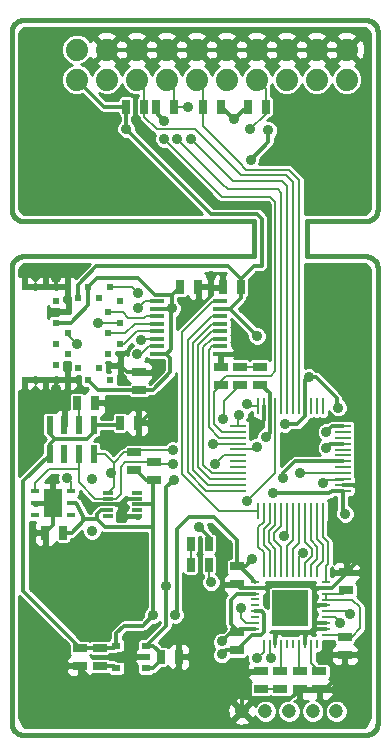
<source format=gtl>
G04 (created by PCBNEW-RS274X (2011-05-25)-stable) date Thu 04 Jul 2013 09:49:35 BST*
G01*
G70*
G90*
%MOIN*%
G04 Gerber Fmt 3.4, Leading zero omitted, Abs format*
%FSLAX34Y34*%
G04 APERTURE LIST*
%ADD10C,0.006000*%
%ADD11C,0.015000*%
%ADD12R,0.030000X0.020000*%
%ADD13R,0.045000X0.025000*%
%ADD14R,0.025000X0.045000*%
%ADD15R,0.055000X0.010500*%
%ADD16R,0.010500X0.055000*%
%ADD17R,0.040000X0.040000*%
%ADD18R,0.011000X0.031000*%
%ADD19R,0.031000X0.011000*%
%ADD20R,0.045300X0.013800*%
%ADD21R,0.023600X0.023600*%
%ADD22R,0.031400X0.015700*%
%ADD23R,0.059000X0.094400*%
%ADD24R,0.032400X0.011800*%
%ADD25C,0.035400*%
%ADD26C,0.074000*%
%ADD27C,0.047500*%
%ADD28R,0.019600X0.059000*%
%ADD29C,0.035000*%
%ADD30C,0.012000*%
%ADD31C,0.008000*%
%ADD32C,0.010000*%
G04 APERTURE END LIST*
G54D10*
G54D11*
X51968Y-48425D02*
X51968Y-48622D01*
X64173Y-48425D02*
X64173Y-48622D01*
X61810Y-31890D02*
X61810Y-33071D01*
X60039Y-31890D02*
X60039Y-33071D01*
X52362Y-25197D02*
X52328Y-25199D01*
X52294Y-25203D01*
X52261Y-25211D01*
X52228Y-25221D01*
X52196Y-25234D01*
X52166Y-25250D01*
X52137Y-25269D01*
X52109Y-25290D01*
X52084Y-25313D01*
X52061Y-25338D01*
X52040Y-25366D01*
X52021Y-25395D01*
X52005Y-25425D01*
X51992Y-25457D01*
X51982Y-25490D01*
X51974Y-25523D01*
X51970Y-25557D01*
X51968Y-25591D01*
X64173Y-25591D02*
X64171Y-25557D01*
X64167Y-25523D01*
X64159Y-25490D01*
X64149Y-25457D01*
X64136Y-25425D01*
X64120Y-25395D01*
X64101Y-25366D01*
X64080Y-25338D01*
X64057Y-25313D01*
X64032Y-25290D01*
X64004Y-25269D01*
X63976Y-25250D01*
X63945Y-25234D01*
X63913Y-25221D01*
X63880Y-25211D01*
X63847Y-25203D01*
X63813Y-25199D01*
X63779Y-25197D01*
X63779Y-31890D02*
X63813Y-31888D01*
X63847Y-31884D01*
X63880Y-31876D01*
X63913Y-31866D01*
X63945Y-31853D01*
X63976Y-31837D01*
X64004Y-31818D01*
X64032Y-31797D01*
X64057Y-31774D01*
X64080Y-31749D01*
X64101Y-31721D01*
X64120Y-31692D01*
X64136Y-31662D01*
X64149Y-31630D01*
X64159Y-31597D01*
X64167Y-31564D01*
X64171Y-31530D01*
X64173Y-31496D01*
X51968Y-31496D02*
X51970Y-31530D01*
X51974Y-31564D01*
X51982Y-31597D01*
X51992Y-31630D01*
X52005Y-31662D01*
X52021Y-31692D01*
X52040Y-31721D01*
X52061Y-31749D01*
X52084Y-31774D01*
X52109Y-31797D01*
X52137Y-31818D01*
X52166Y-31837D01*
X52196Y-31853D01*
X52228Y-31866D01*
X52261Y-31876D01*
X52294Y-31884D01*
X52328Y-31888D01*
X52362Y-31890D01*
X52362Y-33071D02*
X52328Y-33073D01*
X52294Y-33077D01*
X52261Y-33085D01*
X52228Y-33095D01*
X52196Y-33108D01*
X52166Y-33124D01*
X52137Y-33143D01*
X52109Y-33164D01*
X52084Y-33187D01*
X52061Y-33212D01*
X52040Y-33240D01*
X52021Y-33269D01*
X52005Y-33299D01*
X51992Y-33331D01*
X51982Y-33364D01*
X51974Y-33397D01*
X51970Y-33431D01*
X51968Y-33465D01*
X64173Y-33465D02*
X64171Y-33431D01*
X64167Y-33397D01*
X64159Y-33364D01*
X64149Y-33331D01*
X64136Y-33299D01*
X64120Y-33269D01*
X64101Y-33240D01*
X64080Y-33212D01*
X64057Y-33187D01*
X64032Y-33164D01*
X64004Y-33143D01*
X63976Y-33124D01*
X63945Y-33108D01*
X63913Y-33095D01*
X63880Y-33085D01*
X63847Y-33077D01*
X63813Y-33073D01*
X63779Y-33071D01*
X63779Y-49016D02*
X63813Y-49014D01*
X63847Y-49010D01*
X63880Y-49002D01*
X63913Y-48992D01*
X63945Y-48979D01*
X63976Y-48963D01*
X64004Y-48944D01*
X64032Y-48923D01*
X64057Y-48900D01*
X64080Y-48875D01*
X64101Y-48847D01*
X64120Y-48818D01*
X64136Y-48788D01*
X64149Y-48756D01*
X64159Y-48723D01*
X64167Y-48690D01*
X64171Y-48656D01*
X64173Y-48622D01*
X51968Y-48622D02*
X51970Y-48656D01*
X51974Y-48690D01*
X51982Y-48723D01*
X51992Y-48756D01*
X52005Y-48788D01*
X52021Y-48818D01*
X52040Y-48847D01*
X52061Y-48875D01*
X52084Y-48900D01*
X52109Y-48923D01*
X52137Y-48944D01*
X52166Y-48963D01*
X52196Y-48979D01*
X52228Y-48992D01*
X52261Y-49002D01*
X52294Y-49010D01*
X52328Y-49014D01*
X52362Y-49016D01*
X64173Y-31496D02*
X64173Y-25591D01*
X52362Y-25197D02*
X63779Y-25197D01*
X51968Y-31496D02*
X51968Y-25591D01*
X61810Y-31890D02*
X63779Y-31890D01*
X60039Y-31890D02*
X52362Y-31890D01*
X61810Y-33071D02*
X63779Y-33071D01*
X52362Y-33071D02*
X60039Y-33071D01*
X51968Y-48425D02*
X51968Y-33465D01*
X64173Y-48425D02*
X64173Y-33465D01*
X52362Y-49016D02*
X63779Y-49016D01*
G54D12*
X56464Y-46792D03*
X56464Y-46042D03*
X55464Y-46792D03*
X56464Y-46417D03*
X55464Y-46042D03*
G54D13*
X59586Y-37347D03*
X59586Y-36747D03*
X60236Y-37347D03*
X60236Y-36747D03*
X54901Y-46717D03*
X54901Y-46117D03*
G54D14*
X58548Y-43346D03*
X57948Y-43346D03*
G54D13*
X56062Y-39602D03*
X56062Y-40202D03*
X56732Y-39936D03*
X56732Y-40536D03*
X54251Y-46117D03*
X54251Y-46717D03*
G54D14*
X56389Y-28074D03*
X55789Y-28074D03*
X57389Y-28074D03*
X56789Y-28074D03*
X58339Y-28074D03*
X58939Y-28074D03*
X60439Y-28074D03*
X59839Y-28074D03*
G54D13*
X60929Y-47500D03*
X60929Y-46900D03*
G54D14*
X57948Y-42657D03*
X58548Y-42657D03*
X59010Y-34094D03*
X59610Y-34094D03*
X58193Y-34075D03*
X57593Y-34075D03*
X57544Y-46417D03*
X56944Y-46417D03*
G54D13*
X56220Y-36924D03*
X56220Y-37524D03*
G54D14*
X53685Y-42283D03*
X53085Y-42283D03*
G54D13*
X58936Y-37347D03*
X58936Y-36747D03*
X60279Y-47500D03*
X60279Y-46900D03*
X62229Y-46900D03*
X62229Y-47500D03*
X61579Y-47500D03*
X61579Y-46900D03*
X59479Y-45600D03*
X59479Y-46200D03*
X63079Y-45750D03*
X63079Y-46350D03*
X63129Y-44200D03*
X63129Y-43600D03*
X59479Y-44000D03*
X59479Y-43400D03*
G54D15*
X63009Y-40887D03*
G54D16*
X62343Y-38053D03*
G54D15*
X59509Y-38719D03*
G54D16*
X60175Y-41553D03*
G54D15*
X63009Y-40690D03*
G54D16*
X62146Y-38053D03*
G54D15*
X59509Y-38916D03*
G54D16*
X60372Y-41553D03*
G54D15*
X63009Y-40493D03*
G54D16*
X61949Y-38053D03*
G54D15*
X59509Y-39113D03*
G54D16*
X60569Y-41553D03*
G54D15*
X63009Y-40296D03*
G54D16*
X61752Y-38053D03*
G54D15*
X59509Y-39310D03*
G54D16*
X60766Y-41553D03*
G54D15*
X63009Y-40099D03*
G54D16*
X61555Y-38053D03*
G54D15*
X59509Y-39507D03*
G54D16*
X60963Y-41553D03*
G54D15*
X63009Y-39902D03*
G54D16*
X61358Y-38053D03*
G54D15*
X59509Y-39704D03*
G54D16*
X61160Y-41553D03*
G54D15*
X63009Y-39705D03*
G54D16*
X61161Y-38053D03*
G54D15*
X59509Y-39901D03*
G54D16*
X61357Y-41553D03*
G54D15*
X63009Y-39508D03*
G54D16*
X60964Y-38053D03*
G54D15*
X59509Y-40098D03*
G54D16*
X61554Y-41553D03*
G54D15*
X63009Y-39311D03*
G54D16*
X60767Y-38053D03*
G54D15*
X59509Y-40295D03*
G54D16*
X61751Y-41553D03*
G54D15*
X63009Y-39114D03*
G54D16*
X60570Y-38053D03*
G54D15*
X59509Y-40492D03*
G54D16*
X61948Y-41553D03*
G54D15*
X63009Y-38917D03*
G54D16*
X60373Y-38053D03*
G54D15*
X59509Y-40689D03*
G54D16*
X62145Y-41553D03*
G54D15*
X63009Y-38720D03*
G54D16*
X60176Y-38053D03*
G54D15*
X59509Y-40886D03*
G54D16*
X62342Y-41553D03*
G54D17*
X61259Y-44803D03*
X61259Y-44403D03*
X61259Y-45203D03*
X61659Y-45203D03*
X61659Y-44403D03*
X61659Y-44803D03*
G54D18*
X60372Y-45983D03*
G54D19*
X62439Y-45690D03*
G54D18*
X62146Y-43623D03*
G54D19*
X60079Y-43916D03*
G54D18*
X60569Y-45983D03*
G54D19*
X62439Y-45493D03*
G54D18*
X61949Y-43623D03*
G54D19*
X60079Y-44113D03*
G54D18*
X60766Y-45983D03*
G54D19*
X62439Y-45296D03*
G54D18*
X61752Y-43623D03*
G54D19*
X60079Y-44310D03*
G54D18*
X60963Y-45983D03*
G54D19*
X62439Y-45099D03*
G54D18*
X61555Y-43623D03*
G54D19*
X60079Y-44507D03*
G54D18*
X61160Y-45983D03*
G54D19*
X62439Y-44902D03*
G54D18*
X61358Y-43623D03*
G54D19*
X60079Y-44704D03*
G54D18*
X61357Y-45983D03*
G54D19*
X62439Y-44705D03*
G54D18*
X61161Y-43623D03*
G54D19*
X60079Y-44901D03*
G54D18*
X61554Y-45983D03*
G54D19*
X62439Y-44508D03*
G54D18*
X60964Y-43623D03*
G54D19*
X60079Y-45098D03*
G54D18*
X61751Y-45983D03*
G54D19*
X62439Y-44311D03*
G54D18*
X60767Y-43623D03*
G54D19*
X60079Y-45295D03*
G54D18*
X61948Y-45983D03*
G54D19*
X62439Y-44114D03*
G54D18*
X60570Y-43623D03*
G54D19*
X60079Y-45492D03*
G54D18*
X62145Y-45983D03*
G54D19*
X62439Y-43917D03*
G54D18*
X60373Y-43623D03*
G54D19*
X60079Y-45689D03*
G54D17*
X60859Y-44803D03*
X60859Y-44403D03*
X60859Y-45203D03*
G54D20*
X58927Y-36308D03*
X58927Y-36058D03*
X58927Y-35808D03*
X58927Y-35558D03*
X58927Y-35308D03*
X58927Y-35058D03*
X58927Y-34808D03*
X58927Y-34558D03*
X56819Y-34558D03*
X56819Y-34808D03*
X56819Y-35058D03*
X56819Y-35308D03*
X56819Y-35558D03*
X56819Y-35808D03*
X56819Y-36058D03*
X56819Y-36308D03*
G54D21*
X55590Y-36693D03*
X55196Y-36339D03*
X55590Y-35984D03*
X55196Y-35630D03*
X55590Y-35276D03*
X55196Y-34921D03*
X55590Y-34567D03*
X55236Y-34075D03*
X54881Y-34469D03*
X54527Y-34075D03*
X54173Y-34469D03*
X53818Y-34075D03*
X53464Y-34567D03*
X53858Y-34921D03*
X53464Y-35276D03*
X53858Y-35630D03*
X53464Y-35984D03*
X53858Y-36339D03*
X53464Y-36693D03*
X53818Y-37185D03*
X54173Y-36791D03*
X54527Y-37185D03*
X54881Y-36791D03*
X55236Y-37185D03*
X53110Y-37185D03*
X53110Y-34075D03*
X52401Y-37185D03*
X52401Y-34075D03*
G54D22*
X52756Y-40906D03*
X52756Y-41299D03*
X52756Y-41692D03*
X53936Y-41692D03*
X53936Y-41299D03*
X53936Y-40906D03*
G54D23*
X53346Y-41299D03*
G54D24*
X56157Y-41732D03*
X56157Y-41535D03*
X56157Y-41339D03*
X56157Y-41143D03*
X56157Y-40946D03*
X55181Y-40946D03*
X55181Y-41143D03*
X55181Y-41339D03*
X55181Y-41535D03*
X55181Y-41732D03*
G54D25*
X54652Y-42228D03*
X54652Y-40475D03*
G54D26*
X54139Y-27174D03*
X54139Y-26174D03*
X55139Y-27174D03*
X55139Y-26174D03*
X56139Y-27174D03*
X56139Y-26174D03*
X57139Y-27174D03*
X57139Y-26174D03*
X58139Y-27174D03*
X58139Y-26174D03*
X59139Y-27174D03*
X59139Y-26174D03*
X60139Y-27174D03*
X60139Y-26174D03*
X61139Y-27174D03*
X61139Y-26174D03*
X62139Y-27174D03*
X62139Y-26174D03*
X63139Y-27174D03*
X63139Y-26174D03*
G54D27*
X62007Y-48229D03*
X59645Y-48229D03*
X60433Y-48229D03*
X61219Y-48229D03*
X62794Y-48228D03*
G54D14*
X56185Y-38622D03*
X55585Y-38622D03*
X54748Y-37953D03*
X54148Y-37953D03*
G54D28*
X54714Y-38685D03*
X54222Y-38685D03*
X53730Y-38685D03*
X53238Y-38685D03*
X53238Y-39661D03*
X53730Y-39661D03*
X54222Y-39661D03*
X54714Y-39661D03*
G54D29*
X57322Y-34803D03*
X62854Y-38110D03*
X63090Y-41654D03*
X57421Y-45020D03*
X56692Y-45020D03*
X61870Y-37087D03*
X60157Y-35728D03*
X60688Y-40965D03*
X61082Y-38661D03*
X60452Y-39075D03*
X59999Y-43169D03*
X59940Y-29843D03*
X60530Y-28858D03*
X59389Y-28504D03*
X55789Y-28822D03*
X57066Y-28543D03*
X59625Y-44803D03*
X59822Y-41240D03*
X61673Y-42953D03*
X61043Y-42402D03*
X56200Y-34291D03*
X56161Y-36339D03*
X54862Y-35276D03*
X56181Y-34803D03*
X54153Y-42598D03*
X54586Y-41417D03*
X56593Y-29154D03*
X53425Y-44567D03*
X56909Y-37953D03*
X60452Y-33740D03*
X61929Y-35335D03*
X58661Y-44429D03*
X58602Y-33720D03*
X60177Y-38720D03*
X53464Y-37480D03*
X53464Y-33799D03*
X56850Y-36772D03*
X62460Y-38917D03*
X58976Y-46339D03*
X57853Y-28091D03*
X57499Y-29154D03*
X58228Y-42106D03*
X61023Y-40453D03*
X61574Y-40295D03*
X58681Y-39331D03*
X59015Y-38484D03*
X57381Y-40512D03*
X57125Y-44055D03*
X58622Y-43937D03*
X62362Y-40630D03*
X53818Y-40453D03*
X55275Y-40295D03*
X60137Y-39409D03*
X57342Y-39528D03*
X59547Y-38346D03*
X59803Y-37992D03*
X57046Y-29154D03*
X57952Y-29154D03*
X59920Y-28839D03*
X58759Y-39980D03*
X57342Y-40000D03*
X62913Y-45276D03*
X63267Y-45000D03*
X60629Y-46457D03*
X60157Y-46457D03*
X62460Y-39449D03*
X58976Y-45906D03*
X54153Y-35984D03*
X56279Y-35866D03*
G54D30*
X57322Y-34346D02*
X56747Y-34346D01*
X54822Y-33780D02*
X54527Y-34075D01*
X56181Y-33780D02*
X54822Y-33780D01*
X56747Y-34346D02*
X56181Y-33780D01*
X57322Y-34803D02*
X57322Y-34346D01*
X57322Y-34346D02*
X57593Y-34075D01*
X56819Y-34808D02*
X57317Y-34808D01*
X57317Y-34808D02*
X57322Y-34803D01*
X57283Y-34842D02*
X57322Y-34803D01*
X57136Y-36308D02*
X56819Y-36308D01*
X57283Y-36161D02*
X57283Y-34961D01*
X57136Y-36308D02*
X57283Y-36161D01*
X57283Y-34961D02*
X57283Y-34842D01*
X56220Y-37524D02*
X56668Y-37524D01*
X57115Y-36308D02*
X56819Y-36308D01*
X57263Y-36456D02*
X57115Y-36308D01*
X57263Y-36929D02*
X57263Y-36456D01*
X56668Y-37524D02*
X57263Y-36929D01*
X54527Y-37185D02*
X54527Y-37204D01*
X54847Y-37524D02*
X56220Y-37524D01*
X54527Y-37204D02*
X54847Y-37524D01*
X53464Y-35276D02*
X53956Y-35276D01*
X53956Y-35276D02*
X54527Y-34705D01*
X54527Y-34705D02*
X54527Y-34075D01*
X54822Y-41831D02*
X54351Y-41831D01*
X54351Y-41831D02*
X54351Y-41889D01*
X60314Y-31929D02*
X60314Y-31810D01*
X60047Y-33387D02*
X60314Y-33387D01*
X60314Y-32953D02*
X60314Y-31929D01*
X55789Y-28822D02*
X58345Y-31378D01*
X60314Y-33387D02*
X60314Y-32953D01*
X60047Y-33387D02*
X59610Y-33824D01*
X58621Y-31654D02*
X58345Y-31378D01*
X60158Y-31654D02*
X58621Y-31654D01*
X60314Y-31810D02*
X60158Y-31654D01*
X53238Y-39661D02*
X53238Y-39675D01*
X52362Y-44228D02*
X54251Y-46117D01*
X52362Y-40551D02*
X52362Y-44228D01*
X53238Y-39675D02*
X52362Y-40551D01*
X53685Y-42283D02*
X53977Y-42283D01*
X53977Y-42283D02*
X54351Y-41889D01*
X54351Y-41889D02*
X54351Y-41889D01*
X54351Y-41889D02*
X54350Y-41713D01*
X54133Y-41299D02*
X53936Y-41299D01*
X54350Y-41713D02*
X54350Y-41713D01*
X54350Y-41713D02*
X54133Y-41299D01*
X53406Y-39154D02*
X53406Y-39172D01*
X53238Y-39340D02*
X53238Y-39661D01*
X53406Y-39172D02*
X53238Y-39340D01*
X54714Y-38685D02*
X54714Y-38927D01*
X53238Y-38986D02*
X53238Y-38685D01*
X53406Y-39154D02*
X53238Y-38986D01*
X54487Y-39154D02*
X53406Y-39154D01*
X54714Y-38927D02*
X54487Y-39154D01*
X54714Y-38685D02*
X55522Y-38685D01*
X55522Y-38685D02*
X55585Y-38622D01*
X55181Y-41535D02*
X54941Y-41535D01*
X54941Y-41535D02*
X54822Y-41654D01*
X55078Y-42087D02*
X56692Y-42087D01*
X54822Y-41654D02*
X54822Y-41732D01*
X54822Y-41732D02*
X54822Y-41831D01*
X54822Y-41831D02*
X55078Y-42087D01*
X56157Y-41339D02*
X56692Y-41339D01*
X56692Y-45020D02*
X56692Y-45040D01*
X55464Y-45638D02*
X55728Y-45374D01*
X55728Y-45374D02*
X56358Y-45374D01*
X55464Y-45638D02*
X55464Y-46042D01*
X56692Y-45040D02*
X56358Y-45374D01*
X56692Y-45020D02*
X56692Y-42087D01*
X56692Y-42087D02*
X56692Y-41339D01*
X56692Y-41339D02*
X56692Y-40576D01*
X56692Y-40576D02*
X56732Y-40536D01*
X56062Y-40202D02*
X56107Y-40202D01*
X56107Y-40202D02*
X56441Y-40536D01*
X56441Y-40536D02*
X56732Y-40536D01*
X59610Y-34094D02*
X59610Y-33824D01*
X63009Y-40887D02*
X63009Y-41573D01*
X62106Y-37087D02*
X61870Y-37087D01*
X62814Y-37795D02*
X62106Y-37087D01*
X62814Y-38070D02*
X62814Y-37795D01*
X62854Y-38110D02*
X62814Y-38070D01*
X63009Y-41573D02*
X63090Y-41654D01*
X59479Y-42531D02*
X59479Y-43400D01*
X58720Y-41772D02*
X59479Y-42531D01*
X57873Y-41772D02*
X58720Y-41772D01*
X57480Y-42165D02*
X57873Y-41772D01*
X57480Y-44961D02*
X57480Y-42165D01*
X57421Y-45020D02*
X57480Y-44961D01*
X60157Y-35728D02*
X60157Y-35719D01*
X60157Y-35719D02*
X59246Y-34808D01*
X61752Y-38053D02*
X61752Y-37205D01*
X61752Y-37205D02*
X61870Y-37087D01*
X58927Y-34808D02*
X59246Y-34808D01*
X59610Y-34444D02*
X59610Y-34094D01*
X59246Y-34808D02*
X59610Y-34444D01*
X54901Y-46117D02*
X54251Y-46117D01*
X54901Y-46117D02*
X55389Y-46117D01*
X55389Y-46117D02*
X55464Y-46042D01*
X63009Y-40887D02*
X62636Y-40887D01*
X62558Y-40965D02*
X60688Y-40965D01*
X62636Y-40887D02*
X62558Y-40965D01*
X54173Y-34469D02*
X54173Y-34015D01*
X54173Y-34015D02*
X54782Y-33406D01*
X54782Y-33406D02*
X59192Y-33406D01*
X59192Y-33406D02*
X59610Y-33824D01*
X59610Y-33824D02*
X59610Y-34094D01*
X61082Y-38661D02*
X61496Y-38661D01*
X61752Y-38405D02*
X61752Y-38053D01*
X61496Y-38661D02*
X61752Y-38405D01*
X60570Y-38053D02*
X60570Y-38957D01*
X61082Y-38661D02*
X61122Y-38701D01*
X60570Y-38957D02*
X60452Y-39075D01*
X59479Y-43400D02*
X59768Y-43400D01*
X59768Y-43400D02*
X59999Y-43169D01*
X60236Y-37347D02*
X60300Y-37347D01*
X60570Y-37617D02*
X60570Y-38053D01*
X60300Y-37347D02*
X60570Y-37617D01*
X59389Y-28504D02*
X59369Y-28504D01*
X59369Y-28504D02*
X58939Y-28074D01*
X59940Y-29843D02*
X60530Y-29253D01*
X60530Y-29253D02*
X60530Y-28858D01*
X59819Y-28074D02*
X59839Y-28074D01*
X59389Y-28504D02*
X59819Y-28074D01*
X55789Y-28799D02*
X55789Y-28822D01*
X55789Y-28799D02*
X55789Y-28074D01*
X56789Y-28266D02*
X56789Y-28074D01*
X57066Y-28543D02*
X56789Y-28266D01*
X55789Y-28074D02*
X55039Y-28074D01*
X55039Y-28074D02*
X54139Y-27174D01*
X59479Y-43400D02*
X59568Y-43400D01*
X59568Y-43400D02*
X60079Y-43911D01*
X60079Y-43911D02*
X60079Y-43916D01*
G54D31*
X60767Y-38053D02*
X60767Y-40295D01*
X59782Y-45295D02*
X60079Y-45295D01*
X59625Y-45138D02*
X59782Y-45295D01*
X59625Y-44803D02*
X59625Y-45138D01*
X60767Y-40295D02*
X59822Y-41240D01*
X60766Y-41553D02*
X60766Y-42009D01*
X60767Y-42815D02*
X60767Y-43623D01*
X60551Y-42599D02*
X60767Y-42815D01*
X60551Y-42224D02*
X60551Y-42599D01*
X60766Y-42009D02*
X60551Y-42224D01*
X60372Y-41553D02*
X60372Y-41911D01*
X60373Y-42933D02*
X60373Y-43623D01*
X60196Y-42756D02*
X60373Y-42933D01*
X60196Y-42087D02*
X60196Y-42756D01*
X60372Y-41911D02*
X60196Y-42087D01*
X62146Y-43623D02*
X62146Y-43424D01*
X62145Y-42480D02*
X62145Y-41553D01*
X62342Y-42677D02*
X62145Y-42480D01*
X62342Y-43228D02*
X62342Y-42677D01*
X62146Y-43424D02*
X62342Y-43228D01*
X61949Y-43623D02*
X61949Y-43366D01*
X61948Y-42539D02*
X61948Y-41553D01*
X62165Y-42756D02*
X61948Y-42539D01*
X62165Y-43150D02*
X62165Y-42756D01*
X61949Y-43366D02*
X62165Y-43150D01*
X61752Y-43623D02*
X61752Y-43307D01*
X61751Y-42598D02*
X61751Y-41553D01*
X61988Y-42835D02*
X61751Y-42598D01*
X61988Y-43071D02*
X61988Y-42835D01*
X61752Y-43307D02*
X61988Y-43071D01*
X61160Y-41553D02*
X61160Y-42285D01*
X61555Y-43071D02*
X61555Y-43623D01*
X61673Y-42953D02*
X61555Y-43071D01*
X61160Y-42285D02*
X61043Y-42402D01*
X61357Y-41553D02*
X61357Y-42521D01*
X61161Y-42717D02*
X61161Y-43623D01*
X61357Y-42521D02*
X61161Y-42717D01*
X61554Y-41553D02*
X61554Y-42639D01*
X61358Y-42835D02*
X61358Y-43623D01*
X61554Y-42639D02*
X61358Y-42835D01*
X60963Y-41553D02*
X60963Y-42048D01*
X60964Y-42756D02*
X60964Y-43623D01*
X60728Y-42520D02*
X60964Y-42756D01*
X60728Y-42283D02*
X60728Y-42520D01*
X60963Y-42048D02*
X60728Y-42283D01*
X56819Y-36058D02*
X56560Y-36058D01*
X55984Y-34075D02*
X55236Y-34075D01*
X56200Y-34291D02*
X55984Y-34075D01*
X56279Y-36339D02*
X56161Y-36339D01*
X56560Y-36058D02*
X56279Y-36339D01*
X56819Y-35558D02*
X56154Y-35558D01*
X55728Y-35984D02*
X55590Y-35984D01*
X56154Y-35558D02*
X55728Y-35984D01*
X56819Y-35308D02*
X56089Y-35308D01*
X55767Y-35630D02*
X55196Y-35630D01*
X56089Y-35308D02*
X55767Y-35630D01*
X56819Y-34558D02*
X56426Y-34558D01*
X54862Y-35276D02*
X55590Y-35276D01*
X56426Y-34558D02*
X56181Y-34803D01*
X56819Y-35058D02*
X56438Y-35058D01*
X55669Y-34921D02*
X55196Y-34921D01*
X55866Y-35118D02*
X55669Y-34921D01*
X56378Y-35118D02*
X55866Y-35118D01*
X56438Y-35058D02*
X56378Y-35118D01*
G54D30*
X55181Y-41339D02*
X54664Y-41339D01*
X54094Y-42697D02*
X53085Y-43706D01*
X54252Y-42697D02*
X54094Y-42697D01*
X54153Y-42598D02*
X54252Y-42697D01*
X54664Y-41339D02*
X54586Y-41417D01*
X60551Y-31654D02*
X60551Y-31497D01*
X58582Y-31143D02*
X56593Y-29154D01*
X60551Y-33661D02*
X60551Y-33720D01*
X60551Y-33661D02*
X60551Y-31654D01*
X58797Y-31358D02*
X58582Y-31143D01*
X60412Y-31358D02*
X58797Y-31358D01*
X60551Y-31497D02*
X60412Y-31358D01*
X53085Y-42283D02*
X53085Y-43706D01*
X53085Y-43706D02*
X53085Y-44227D01*
X53085Y-44227D02*
X53425Y-44567D01*
X53346Y-41299D02*
X53346Y-42022D01*
X53346Y-42022D02*
X53085Y-42283D01*
X52756Y-41299D02*
X53346Y-41299D01*
X56185Y-38622D02*
X56240Y-38622D01*
X56240Y-38622D02*
X56909Y-37953D01*
X53730Y-38685D02*
X53730Y-37746D01*
X53730Y-37746D02*
X53464Y-37480D01*
X56909Y-37953D02*
X54748Y-37953D01*
X56157Y-41732D02*
X55826Y-41732D01*
X55589Y-41495D02*
X55589Y-41339D01*
X55826Y-41732D02*
X55589Y-41495D01*
X55181Y-41339D02*
X55589Y-41339D01*
X55785Y-41143D02*
X56157Y-41143D01*
X55589Y-41339D02*
X55785Y-41143D01*
X60452Y-33740D02*
X60472Y-33720D01*
X60472Y-33720D02*
X60551Y-33720D01*
X58927Y-36308D02*
X60266Y-36308D01*
X60551Y-34213D02*
X60551Y-33720D01*
X60551Y-36023D02*
X60551Y-34213D01*
X60266Y-36308D02*
X60551Y-36023D01*
X63484Y-40788D02*
X63484Y-36890D01*
X63484Y-36890D02*
X61929Y-35335D01*
X58592Y-44458D02*
X58632Y-44458D01*
X58632Y-44458D02*
X58661Y-44429D01*
X57544Y-46417D02*
X58582Y-46417D01*
X56043Y-47106D02*
X54546Y-47106D01*
X54251Y-46811D02*
X54251Y-46717D01*
X54546Y-47106D02*
X54251Y-46811D01*
X56464Y-46417D02*
X56181Y-46417D01*
X57544Y-46747D02*
X57544Y-46417D01*
X57185Y-47106D02*
X57544Y-46747D01*
X56043Y-47106D02*
X57185Y-47106D01*
X56043Y-46555D02*
X56043Y-47106D01*
X56181Y-46417D02*
X56043Y-46555D01*
X58622Y-33740D02*
X58622Y-34094D01*
X58602Y-33720D02*
X58622Y-33740D01*
X59010Y-34094D02*
X58622Y-34094D01*
X58622Y-34094D02*
X58212Y-34094D01*
X58212Y-34094D02*
X58193Y-34075D01*
X60373Y-38053D02*
X60373Y-38524D01*
X60373Y-38524D02*
X60177Y-38720D01*
X59646Y-47972D02*
X59646Y-48228D01*
X59646Y-47795D02*
X59646Y-47972D01*
X59646Y-48228D02*
X59645Y-48229D01*
X63009Y-40690D02*
X63386Y-40690D01*
X63484Y-43245D02*
X63129Y-43600D01*
X63484Y-40788D02*
X63484Y-43245D01*
X63386Y-40690D02*
X63484Y-40788D01*
X59479Y-44000D02*
X59050Y-44000D01*
X59050Y-44000D02*
X58592Y-44458D01*
X58592Y-44458D02*
X58582Y-44468D01*
X58582Y-44468D02*
X58582Y-46417D01*
X59311Y-47244D02*
X59646Y-47244D01*
X58582Y-46417D02*
X58582Y-46515D01*
X58582Y-46515D02*
X59311Y-47244D01*
X56139Y-26174D02*
X55139Y-26174D01*
X57139Y-26174D02*
X56139Y-26174D01*
X58139Y-26174D02*
X57139Y-26174D01*
X59139Y-26174D02*
X58139Y-26174D01*
X60139Y-26174D02*
X59139Y-26174D01*
X61139Y-26174D02*
X60139Y-26174D01*
X62139Y-26174D02*
X61139Y-26174D01*
X63139Y-26174D02*
X62139Y-26174D01*
X61299Y-47795D02*
X59646Y-47795D01*
X61579Y-47515D02*
X61299Y-47795D01*
X61579Y-47500D02*
X61579Y-47515D01*
X59646Y-47795D02*
X59646Y-47244D01*
X59646Y-47244D02*
X59646Y-47243D01*
X59989Y-46900D02*
X60279Y-46900D01*
X59646Y-47243D02*
X59989Y-46900D01*
X62229Y-47500D02*
X62420Y-47500D01*
X63079Y-46841D02*
X63079Y-46350D01*
X62420Y-47500D02*
X63079Y-46841D01*
X62439Y-45296D02*
X62086Y-45296D01*
X62439Y-44114D02*
X62657Y-44114D01*
X63129Y-43642D02*
X63129Y-43600D01*
X62657Y-44114D02*
X63129Y-43642D01*
X60079Y-44113D02*
X59592Y-44113D01*
X59592Y-44113D02*
X59479Y-44000D01*
X62086Y-44114D02*
X62067Y-44114D01*
X60414Y-44113D02*
X60079Y-44113D01*
X60551Y-43976D02*
X60414Y-44113D01*
X61929Y-43976D02*
X60551Y-43976D01*
X62067Y-44114D02*
X61929Y-43976D01*
X60766Y-45983D02*
X60766Y-45631D01*
X60767Y-45630D02*
X61751Y-45630D01*
X60766Y-45631D02*
X60767Y-45630D01*
X62086Y-44705D02*
X62086Y-44114D01*
X62086Y-44114D02*
X62439Y-44114D01*
X62086Y-45492D02*
X62086Y-45296D01*
X62086Y-45296D02*
X62086Y-44705D01*
X62086Y-44705D02*
X62439Y-44705D01*
X61751Y-45983D02*
X61751Y-45630D01*
X62438Y-45492D02*
X62439Y-45493D01*
X62086Y-45492D02*
X62438Y-45492D01*
X61948Y-45630D02*
X62086Y-45492D01*
X61751Y-45630D02*
X61948Y-45630D01*
X61579Y-47500D02*
X62229Y-47500D01*
X58936Y-36747D02*
X58936Y-36317D01*
X58936Y-36317D02*
X58927Y-36308D01*
X53464Y-34075D02*
X53464Y-33799D01*
X53464Y-37480D02*
X53464Y-37185D01*
X56698Y-36924D02*
X56850Y-36772D01*
X56698Y-36924D02*
X56220Y-36924D01*
X56220Y-36924D02*
X55821Y-36924D01*
X55821Y-36924D02*
X55590Y-36693D01*
X52401Y-37185D02*
X53110Y-37185D01*
X53110Y-37185D02*
X53464Y-37185D01*
X53464Y-37185D02*
X53818Y-37185D01*
X52401Y-34075D02*
X53110Y-34075D01*
X53110Y-34075D02*
X53464Y-34075D01*
X53464Y-34075D02*
X53818Y-34075D01*
X53818Y-34075D02*
X53858Y-34115D01*
X53858Y-34115D02*
X53858Y-34921D01*
X62657Y-38720D02*
X63009Y-38720D01*
X62460Y-38917D02*
X62657Y-38720D01*
X58976Y-46339D02*
X59115Y-46200D01*
X59479Y-46200D02*
X59115Y-46200D01*
X60079Y-45689D02*
X59990Y-45689D01*
X59990Y-45689D02*
X59479Y-46200D01*
X60079Y-44901D02*
X60314Y-44901D01*
X60295Y-45689D02*
X60079Y-45689D01*
X60393Y-45591D02*
X60295Y-45689D01*
X60393Y-44980D02*
X60393Y-45591D01*
X60314Y-44901D02*
X60393Y-44980D01*
G54D31*
X60964Y-31142D02*
X60964Y-30944D01*
X58995Y-30650D02*
X57499Y-29154D01*
X57836Y-28074D02*
X57389Y-28074D01*
X57853Y-28091D02*
X57836Y-28074D01*
X59172Y-30827D02*
X58995Y-30650D01*
X60847Y-30827D02*
X59172Y-30827D01*
X60964Y-30944D02*
X60847Y-30827D01*
X60964Y-36496D02*
X60964Y-34331D01*
X60964Y-36634D02*
X60964Y-36496D01*
X60964Y-38053D02*
X60964Y-36634D01*
X60964Y-33681D02*
X60964Y-31142D01*
X60964Y-31142D02*
X60964Y-31122D01*
X60964Y-34331D02*
X60964Y-33681D01*
X57389Y-28074D02*
X57389Y-27424D01*
X57389Y-27424D02*
X57139Y-27174D01*
X59509Y-40295D02*
X58641Y-40295D01*
X58660Y-35808D02*
X58927Y-35808D01*
X58366Y-36102D02*
X58660Y-35808D01*
X58366Y-40020D02*
X58366Y-36102D01*
X58641Y-40295D02*
X58366Y-40020D01*
X59509Y-40492D02*
X58582Y-40492D01*
X58654Y-35558D02*
X58927Y-35558D01*
X58188Y-36024D02*
X58654Y-35558D01*
X58188Y-40098D02*
X58188Y-36024D01*
X58582Y-40492D02*
X58188Y-40098D01*
G54D30*
X58548Y-42657D02*
X58548Y-42426D01*
X58420Y-42298D02*
X58228Y-42106D01*
X58548Y-42426D02*
X58420Y-42298D01*
X63009Y-39902D02*
X61417Y-39902D01*
X61023Y-40296D02*
X61023Y-40453D01*
X61417Y-39902D02*
X61023Y-40296D01*
G54D31*
X59586Y-36747D02*
X60236Y-36747D01*
X61574Y-40295D02*
X62065Y-40296D01*
X63009Y-40296D02*
X62065Y-40296D01*
X61358Y-33642D02*
X61358Y-30590D01*
X59389Y-30138D02*
X58090Y-28839D01*
X58090Y-28839D02*
X56811Y-28839D01*
X56811Y-28839D02*
X56389Y-28417D01*
X56389Y-28074D02*
X56389Y-28417D01*
X61358Y-34213D02*
X61358Y-33642D01*
X61358Y-34213D02*
X61358Y-36594D01*
X59605Y-30354D02*
X59389Y-30138D01*
X61122Y-30354D02*
X59605Y-30354D01*
X61358Y-30590D02*
X61122Y-30354D01*
X61358Y-36732D02*
X61358Y-38053D01*
X61358Y-36732D02*
X61358Y-36594D01*
X61358Y-36594D02*
X61358Y-36580D01*
X56389Y-28074D02*
X56389Y-27424D01*
X56389Y-27424D02*
X56139Y-27174D01*
X59509Y-39310D02*
X58702Y-39310D01*
X59015Y-38484D02*
X59055Y-38444D01*
X59055Y-38444D02*
X59055Y-37878D01*
X59055Y-37878D02*
X59586Y-37347D01*
X58702Y-39310D02*
X58681Y-39331D01*
G54D30*
X57125Y-40768D02*
X57381Y-40512D01*
X57125Y-40768D02*
X57125Y-44055D01*
X57125Y-44055D02*
X57125Y-44390D01*
X57125Y-44390D02*
X57125Y-45381D01*
X57125Y-45381D02*
X56464Y-46042D01*
X56464Y-46792D02*
X56692Y-46792D01*
X56944Y-46540D02*
X56944Y-46417D01*
X56692Y-46792D02*
X56944Y-46540D01*
X56464Y-46042D02*
X56691Y-46042D01*
X56691Y-46042D02*
X56944Y-46295D01*
X56944Y-46295D02*
X56944Y-46417D01*
X54901Y-46717D02*
X55389Y-46717D01*
X55389Y-46717D02*
X55464Y-46792D01*
G54D31*
X57948Y-43346D02*
X57948Y-42657D01*
X58548Y-43863D02*
X58548Y-43346D01*
X58622Y-43937D02*
X58548Y-43863D01*
X63009Y-40508D02*
X63009Y-40493D01*
X62484Y-40508D02*
X63009Y-40508D01*
X62362Y-40630D02*
X62484Y-40508D01*
X53936Y-40906D02*
X53936Y-40571D01*
X55294Y-40276D02*
X55373Y-40276D01*
X55294Y-40276D02*
X55275Y-40295D01*
X53936Y-40571D02*
X53818Y-40453D01*
X54714Y-39661D02*
X55074Y-39661D01*
X55074Y-39661D02*
X55373Y-39960D01*
X56062Y-39602D02*
X55713Y-39602D01*
X55373Y-40754D02*
X55181Y-40946D01*
X55373Y-39942D02*
X55373Y-39960D01*
X55373Y-39960D02*
X55373Y-40276D01*
X55373Y-40276D02*
X55373Y-40754D01*
X55713Y-39602D02*
X55373Y-39942D01*
X57342Y-39528D02*
X56136Y-39528D01*
X60039Y-39507D02*
X60137Y-39409D01*
X59509Y-39507D02*
X60039Y-39507D01*
X56136Y-39528D02*
X56062Y-39602D01*
X59547Y-38346D02*
X59509Y-38388D01*
X59509Y-38719D02*
X59509Y-38388D01*
X59864Y-38053D02*
X60176Y-38053D01*
X59803Y-37992D02*
X59864Y-38053D01*
X60175Y-41553D02*
X58875Y-41553D01*
X58690Y-34558D02*
X58927Y-34558D01*
X57657Y-35591D02*
X58690Y-34558D01*
X57657Y-40335D02*
X57657Y-35591D01*
X58875Y-41553D02*
X57657Y-40335D01*
X60767Y-31260D02*
X60590Y-31083D01*
X60767Y-36890D02*
X60610Y-37047D01*
X58798Y-30906D02*
X57046Y-29154D01*
X60767Y-35000D02*
X60767Y-33661D01*
X60767Y-33661D02*
X60767Y-31260D01*
X58936Y-37225D02*
X58936Y-37347D01*
X59114Y-37047D02*
X60610Y-37047D01*
X58936Y-37225D02*
X59114Y-37047D01*
X60767Y-35000D02*
X60767Y-36890D01*
X58975Y-31083D02*
X58798Y-30906D01*
X60590Y-31083D02*
X58975Y-31083D01*
X59509Y-38916D02*
X58974Y-38916D01*
X58705Y-37578D02*
X58936Y-37347D01*
X58705Y-38647D02*
X58705Y-37578D01*
X58974Y-38916D02*
X58705Y-38647D01*
X61555Y-33661D02*
X61555Y-30512D01*
X59537Y-29931D02*
X58339Y-28733D01*
X58339Y-28733D02*
X58339Y-28074D01*
X59783Y-30177D02*
X59537Y-29931D01*
X61220Y-30177D02*
X59783Y-30177D01*
X61555Y-30512D02*
X61220Y-30177D01*
X61555Y-36613D02*
X61555Y-33937D01*
X61555Y-33937D02*
X61555Y-33661D01*
X61555Y-33661D02*
X61555Y-33642D01*
X61555Y-36654D02*
X61555Y-38053D01*
X61555Y-36654D02*
X61555Y-36613D01*
X58339Y-28074D02*
X58339Y-27374D01*
X58339Y-27374D02*
X58139Y-27174D01*
X59509Y-40886D02*
X58464Y-40886D01*
X58642Y-35058D02*
X58927Y-35058D01*
X57834Y-35866D02*
X58642Y-35058D01*
X57834Y-40256D02*
X57834Y-35866D01*
X58464Y-40886D02*
X57834Y-40256D01*
X54222Y-38685D02*
X54222Y-38027D01*
X54222Y-38027D02*
X54148Y-37953D01*
X60439Y-28074D02*
X60439Y-27474D01*
X60439Y-27474D02*
X60139Y-27174D01*
X61161Y-30768D02*
X61161Y-30729D01*
X59192Y-30394D02*
X57952Y-29154D01*
X59920Y-28839D02*
X60439Y-28320D01*
X60439Y-28074D02*
X60439Y-28320D01*
X61161Y-33661D02*
X61161Y-30768D01*
X61161Y-36654D02*
X61161Y-38053D01*
X61161Y-36654D02*
X61161Y-36535D01*
X61161Y-34252D02*
X61161Y-33661D01*
X61161Y-36535D02*
X61161Y-34252D01*
X59349Y-30551D02*
X59192Y-30394D01*
X60983Y-30551D02*
X59349Y-30551D01*
X61161Y-30729D02*
X60983Y-30551D01*
X59509Y-39113D02*
X58896Y-39113D01*
X58666Y-36058D02*
X58927Y-36058D01*
X58543Y-36181D02*
X58666Y-36058D01*
X58543Y-38760D02*
X58543Y-36181D01*
X58896Y-39113D02*
X58543Y-38760D01*
X59509Y-40689D02*
X58523Y-40689D01*
X58648Y-35308D02*
X58927Y-35308D01*
X58011Y-35945D02*
X58648Y-35308D01*
X58011Y-40177D02*
X58011Y-35945D01*
X58523Y-40689D02*
X58011Y-40177D01*
X52756Y-40906D02*
X52756Y-40629D01*
X53228Y-40157D02*
X54222Y-40157D01*
X52756Y-40629D02*
X53228Y-40157D01*
X55181Y-41143D02*
X54764Y-41143D01*
X54222Y-40601D02*
X54222Y-40157D01*
X54222Y-40157D02*
X54222Y-39661D01*
X54764Y-41143D02*
X54222Y-40601D01*
X56732Y-39936D02*
X55753Y-39936D01*
X55451Y-41143D02*
X55181Y-41143D01*
X55610Y-40984D02*
X55451Y-41143D01*
X55610Y-40079D02*
X55610Y-40984D01*
X55753Y-39936D02*
X55610Y-40079D01*
X57342Y-40000D02*
X56796Y-40000D01*
X59035Y-39704D02*
X58759Y-39980D01*
X59509Y-39704D02*
X59035Y-39704D01*
X56796Y-40000D02*
X56732Y-39936D01*
X62439Y-45099D02*
X62736Y-45099D01*
X62736Y-45099D02*
X62913Y-45276D01*
X63169Y-44902D02*
X63267Y-45000D01*
X63169Y-44902D02*
X62439Y-44902D01*
X60569Y-46397D02*
X60629Y-46457D01*
X60569Y-45983D02*
X60569Y-46397D01*
X60963Y-45983D02*
X60963Y-46866D01*
X60963Y-46866D02*
X60929Y-46900D01*
X60279Y-47500D02*
X60929Y-47500D01*
X61554Y-45983D02*
X61554Y-46875D01*
X61554Y-46875D02*
X61579Y-46900D01*
X62439Y-44508D02*
X63327Y-44508D01*
X63305Y-45750D02*
X63079Y-45750D01*
X63582Y-45473D02*
X63305Y-45750D01*
X63582Y-44763D02*
X63582Y-45473D01*
X63327Y-44508D02*
X63582Y-44763D01*
X62439Y-44508D02*
X62439Y-44311D01*
X62439Y-44311D02*
X63018Y-44311D01*
X63018Y-44311D02*
X63129Y-44200D01*
X62439Y-45690D02*
X63019Y-45690D01*
X63019Y-45690D02*
X63079Y-45750D01*
X61948Y-45983D02*
X61948Y-46619D01*
X61948Y-46619D02*
X62229Y-46900D01*
X60372Y-45983D02*
X60372Y-46242D01*
X60372Y-46242D02*
X60157Y-46457D01*
G54D30*
X62598Y-39311D02*
X63009Y-39311D01*
X62460Y-39449D02*
X62598Y-39311D01*
X59282Y-45600D02*
X59479Y-45600D01*
X58976Y-45906D02*
X59282Y-45600D01*
X59479Y-45600D02*
X59479Y-45543D01*
X59469Y-44310D02*
X60079Y-44310D01*
X59271Y-44508D02*
X59469Y-44310D01*
X59271Y-45335D02*
X59271Y-44508D01*
X59479Y-45543D02*
X59271Y-45335D01*
X60079Y-45492D02*
X59587Y-45492D01*
X59587Y-45492D02*
X59479Y-45600D01*
G54D31*
X62342Y-41553D02*
X62342Y-42422D01*
X62439Y-43388D02*
X62439Y-43917D01*
X62519Y-43308D02*
X62439Y-43388D01*
X62519Y-42599D02*
X62519Y-43308D01*
X62342Y-42422D02*
X62519Y-42599D01*
X60569Y-41553D02*
X60569Y-41969D01*
X60570Y-42874D02*
X60570Y-43623D01*
X60373Y-42677D02*
X60570Y-42874D01*
X60373Y-42165D02*
X60373Y-42677D01*
X60569Y-41969D02*
X60373Y-42165D01*
X56819Y-35808D02*
X56337Y-35808D01*
X53858Y-35689D02*
X53858Y-35630D01*
X54153Y-35984D02*
X53858Y-35689D01*
X56337Y-35808D02*
X56279Y-35866D01*
G54D10*
G36*
X53517Y-40577D02*
X53458Y-40577D01*
X53396Y-40639D01*
X53396Y-41199D01*
X53396Y-41249D01*
X53396Y-41349D01*
X53296Y-41349D01*
X53246Y-41349D01*
X53162Y-41349D01*
X53112Y-41349D01*
X53101Y-41338D01*
X52806Y-41338D01*
X52806Y-41349D01*
X52706Y-41349D01*
X52706Y-41338D01*
X52706Y-41260D01*
X52706Y-41249D01*
X52806Y-41249D01*
X52806Y-41260D01*
X53101Y-41260D01*
X53112Y-41249D01*
X53162Y-41249D01*
X53296Y-41249D01*
X53296Y-40639D01*
X53234Y-40577D01*
X53075Y-40577D01*
X53306Y-40347D01*
X53510Y-40347D01*
X53493Y-40388D01*
X53493Y-40517D01*
X53517Y-40577D01*
X53517Y-40577D01*
G37*
G54D32*
X53517Y-40577D02*
X53458Y-40577D01*
X53396Y-40639D01*
X53396Y-41199D01*
X53396Y-41249D01*
X53396Y-41349D01*
X53296Y-41349D01*
X53246Y-41349D01*
X53162Y-41349D01*
X53112Y-41349D01*
X53101Y-41338D01*
X52806Y-41338D01*
X52806Y-41349D01*
X52706Y-41349D01*
X52706Y-41338D01*
X52706Y-41260D01*
X52706Y-41249D01*
X52806Y-41249D01*
X52806Y-41260D01*
X53101Y-41260D01*
X53112Y-41249D01*
X53162Y-41249D01*
X53296Y-41249D01*
X53296Y-40639D01*
X53234Y-40577D01*
X53075Y-40577D01*
X53306Y-40347D01*
X53510Y-40347D01*
X53493Y-40388D01*
X53493Y-40517D01*
X53517Y-40577D01*
G54D10*
G36*
X54525Y-37499D02*
X54482Y-37517D01*
X54412Y-37587D01*
X54391Y-37635D01*
X54357Y-37601D01*
X54302Y-37579D01*
X54243Y-37579D01*
X54186Y-37579D01*
X54186Y-37297D01*
X54124Y-37235D01*
X53868Y-37235D01*
X53868Y-37491D01*
X53929Y-37552D01*
X53986Y-37552D01*
X54077Y-37514D01*
X54147Y-37444D01*
X54185Y-37352D01*
X54186Y-37297D01*
X54186Y-37579D01*
X53993Y-37579D01*
X53938Y-37602D01*
X53896Y-37644D01*
X53874Y-37699D01*
X53874Y-37758D01*
X53874Y-38141D01*
X53840Y-38141D01*
X53779Y-38202D01*
X53779Y-38635D01*
X53780Y-38635D01*
X53780Y-38735D01*
X53779Y-38735D01*
X53768Y-38735D01*
X53768Y-37491D01*
X53768Y-37235D01*
X53512Y-37235D01*
X53464Y-37283D01*
X53416Y-37235D01*
X53160Y-37235D01*
X53160Y-37491D01*
X53221Y-37552D01*
X53278Y-37552D01*
X53369Y-37514D01*
X53439Y-37444D01*
X53464Y-37383D01*
X53489Y-37444D01*
X53559Y-37514D01*
X53650Y-37552D01*
X53707Y-37552D01*
X53768Y-37491D01*
X53768Y-38735D01*
X53681Y-38735D01*
X53680Y-38735D01*
X53680Y-38635D01*
X53681Y-38635D01*
X53681Y-38202D01*
X53620Y-38141D01*
X53582Y-38141D01*
X53491Y-38179D01*
X53421Y-38249D01*
X53415Y-38261D01*
X53365Y-38241D01*
X53306Y-38241D01*
X53110Y-38241D01*
X53060Y-38261D01*
X53060Y-37491D01*
X53060Y-37235D01*
X52804Y-37235D01*
X52755Y-37283D01*
X52707Y-37235D01*
X52451Y-37235D01*
X52451Y-37491D01*
X52512Y-37552D01*
X52569Y-37552D01*
X52660Y-37514D01*
X52730Y-37444D01*
X52755Y-37382D01*
X52781Y-37444D01*
X52851Y-37514D01*
X52942Y-37552D01*
X52999Y-37552D01*
X53060Y-37491D01*
X53060Y-38261D01*
X53055Y-38264D01*
X53013Y-38306D01*
X52991Y-38361D01*
X52991Y-38420D01*
X52991Y-39010D01*
X53014Y-39065D01*
X53056Y-39107D01*
X53077Y-39115D01*
X53090Y-39134D01*
X53118Y-39163D01*
X53090Y-39192D01*
X53058Y-39238D01*
X53057Y-39238D01*
X53055Y-39240D01*
X53013Y-39282D01*
X52991Y-39337D01*
X52991Y-39396D01*
X52991Y-39625D01*
X52215Y-40401D01*
X52215Y-37544D01*
X52233Y-37552D01*
X52290Y-37552D01*
X52351Y-37491D01*
X52351Y-37285D01*
X52351Y-37235D01*
X52351Y-37135D01*
X52451Y-37135D01*
X52501Y-37135D01*
X52707Y-37135D01*
X52755Y-37086D01*
X52804Y-37135D01*
X53010Y-37135D01*
X53060Y-37135D01*
X53160Y-37135D01*
X53210Y-37135D01*
X53416Y-37135D01*
X53464Y-37087D01*
X53512Y-37135D01*
X53768Y-37135D01*
X53768Y-36879D01*
X53730Y-36841D01*
X53731Y-36840D01*
X53731Y-36818D01*
X53707Y-36818D01*
X53706Y-36817D01*
X53731Y-36817D01*
X53731Y-36781D01*
X53731Y-36606D01*
X53770Y-36606D01*
X53921Y-36606D01*
X53906Y-36644D01*
X53906Y-36703D01*
X53906Y-36817D01*
X53930Y-36817D01*
X53929Y-36818D01*
X53906Y-36818D01*
X53906Y-36841D01*
X53868Y-36879D01*
X53868Y-37135D01*
X54124Y-37135D01*
X54186Y-37073D01*
X54185Y-37058D01*
X54260Y-37058D01*
X54260Y-37097D01*
X54260Y-37333D01*
X54283Y-37388D01*
X54325Y-37430D01*
X54380Y-37452D01*
X54439Y-37452D01*
X54478Y-37452D01*
X54525Y-37499D01*
X54525Y-37499D01*
G37*
G54D32*
X54525Y-37499D02*
X54482Y-37517D01*
X54412Y-37587D01*
X54391Y-37635D01*
X54357Y-37601D01*
X54302Y-37579D01*
X54243Y-37579D01*
X54186Y-37579D01*
X54186Y-37297D01*
X54124Y-37235D01*
X53868Y-37235D01*
X53868Y-37491D01*
X53929Y-37552D01*
X53986Y-37552D01*
X54077Y-37514D01*
X54147Y-37444D01*
X54185Y-37352D01*
X54186Y-37297D01*
X54186Y-37579D01*
X53993Y-37579D01*
X53938Y-37602D01*
X53896Y-37644D01*
X53874Y-37699D01*
X53874Y-37758D01*
X53874Y-38141D01*
X53840Y-38141D01*
X53779Y-38202D01*
X53779Y-38635D01*
X53780Y-38635D01*
X53780Y-38735D01*
X53779Y-38735D01*
X53768Y-38735D01*
X53768Y-37491D01*
X53768Y-37235D01*
X53512Y-37235D01*
X53464Y-37283D01*
X53416Y-37235D01*
X53160Y-37235D01*
X53160Y-37491D01*
X53221Y-37552D01*
X53278Y-37552D01*
X53369Y-37514D01*
X53439Y-37444D01*
X53464Y-37383D01*
X53489Y-37444D01*
X53559Y-37514D01*
X53650Y-37552D01*
X53707Y-37552D01*
X53768Y-37491D01*
X53768Y-38735D01*
X53681Y-38735D01*
X53680Y-38735D01*
X53680Y-38635D01*
X53681Y-38635D01*
X53681Y-38202D01*
X53620Y-38141D01*
X53582Y-38141D01*
X53491Y-38179D01*
X53421Y-38249D01*
X53415Y-38261D01*
X53365Y-38241D01*
X53306Y-38241D01*
X53110Y-38241D01*
X53060Y-38261D01*
X53060Y-37491D01*
X53060Y-37235D01*
X52804Y-37235D01*
X52755Y-37283D01*
X52707Y-37235D01*
X52451Y-37235D01*
X52451Y-37491D01*
X52512Y-37552D01*
X52569Y-37552D01*
X52660Y-37514D01*
X52730Y-37444D01*
X52755Y-37382D01*
X52781Y-37444D01*
X52851Y-37514D01*
X52942Y-37552D01*
X52999Y-37552D01*
X53060Y-37491D01*
X53060Y-38261D01*
X53055Y-38264D01*
X53013Y-38306D01*
X52991Y-38361D01*
X52991Y-38420D01*
X52991Y-39010D01*
X53014Y-39065D01*
X53056Y-39107D01*
X53077Y-39115D01*
X53090Y-39134D01*
X53118Y-39163D01*
X53090Y-39192D01*
X53058Y-39238D01*
X53057Y-39238D01*
X53055Y-39240D01*
X53013Y-39282D01*
X52991Y-39337D01*
X52991Y-39396D01*
X52991Y-39625D01*
X52215Y-40401D01*
X52215Y-37544D01*
X52233Y-37552D01*
X52290Y-37552D01*
X52351Y-37491D01*
X52351Y-37285D01*
X52351Y-37235D01*
X52351Y-37135D01*
X52451Y-37135D01*
X52501Y-37135D01*
X52707Y-37135D01*
X52755Y-37086D01*
X52804Y-37135D01*
X53010Y-37135D01*
X53060Y-37135D01*
X53160Y-37135D01*
X53210Y-37135D01*
X53416Y-37135D01*
X53464Y-37087D01*
X53512Y-37135D01*
X53768Y-37135D01*
X53768Y-36879D01*
X53730Y-36841D01*
X53731Y-36840D01*
X53731Y-36818D01*
X53707Y-36818D01*
X53706Y-36817D01*
X53731Y-36817D01*
X53731Y-36781D01*
X53731Y-36606D01*
X53770Y-36606D01*
X53921Y-36606D01*
X53906Y-36644D01*
X53906Y-36703D01*
X53906Y-36817D01*
X53930Y-36817D01*
X53929Y-36818D01*
X53906Y-36818D01*
X53906Y-36841D01*
X53868Y-36879D01*
X53868Y-37135D01*
X54124Y-37135D01*
X54186Y-37073D01*
X54185Y-37058D01*
X54260Y-37058D01*
X54260Y-37097D01*
X54260Y-37333D01*
X54283Y-37388D01*
X54325Y-37430D01*
X54380Y-37452D01*
X54439Y-37452D01*
X54478Y-37452D01*
X54525Y-37499D01*
G54D10*
G36*
X54573Y-33318D02*
X54111Y-33780D01*
X54077Y-33746D01*
X53986Y-33708D01*
X53929Y-33708D01*
X53868Y-33769D01*
X53868Y-33975D01*
X53868Y-34025D01*
X53868Y-34125D01*
X53868Y-34175D01*
X53868Y-34381D01*
X53906Y-34419D01*
X53906Y-34442D01*
X53906Y-34617D01*
X53908Y-34621D01*
X53908Y-34821D01*
X53908Y-34871D01*
X53908Y-34971D01*
X53808Y-34971D01*
X53758Y-34971D01*
X53552Y-34971D01*
X53514Y-35009D01*
X53316Y-35009D01*
X53261Y-35032D01*
X53219Y-35074D01*
X53199Y-35124D01*
X53199Y-34719D01*
X53220Y-34770D01*
X53262Y-34812D01*
X53317Y-34834D01*
X53376Y-34834D01*
X53515Y-34834D01*
X53552Y-34871D01*
X53808Y-34871D01*
X53808Y-34615D01*
X53747Y-34554D01*
X53731Y-34554D01*
X53731Y-34442D01*
X53731Y-34419D01*
X53730Y-34418D01*
X53768Y-34381D01*
X53768Y-34125D01*
X53768Y-34025D01*
X53768Y-33769D01*
X53707Y-33708D01*
X53650Y-33708D01*
X53559Y-33746D01*
X53489Y-33816D01*
X53464Y-33876D01*
X53439Y-33816D01*
X53369Y-33746D01*
X53278Y-33708D01*
X53221Y-33708D01*
X53160Y-33769D01*
X53160Y-34025D01*
X53416Y-34025D01*
X53464Y-33977D01*
X53512Y-34025D01*
X53768Y-34025D01*
X53768Y-34125D01*
X53512Y-34125D01*
X53464Y-34173D01*
X53416Y-34125D01*
X53210Y-34125D01*
X53160Y-34125D01*
X53060Y-34125D01*
X53060Y-34025D01*
X53060Y-33769D01*
X52999Y-33708D01*
X52942Y-33708D01*
X52851Y-33746D01*
X52781Y-33816D01*
X52755Y-33877D01*
X52730Y-33816D01*
X52660Y-33746D01*
X52569Y-33708D01*
X52512Y-33708D01*
X52451Y-33769D01*
X52451Y-34025D01*
X52707Y-34025D01*
X52755Y-33976D01*
X52804Y-34025D01*
X53060Y-34025D01*
X53060Y-34125D01*
X53010Y-34125D01*
X52804Y-34125D01*
X52755Y-34173D01*
X52707Y-34125D01*
X52501Y-34125D01*
X52451Y-34125D01*
X52351Y-34125D01*
X52351Y-34025D01*
X52351Y-33975D01*
X52351Y-33769D01*
X52290Y-33708D01*
X52233Y-33708D01*
X52215Y-33715D01*
X52215Y-33486D01*
X52383Y-33318D01*
X54573Y-33318D01*
X54573Y-33318D01*
G37*
G54D32*
X54573Y-33318D02*
X54111Y-33780D01*
X54077Y-33746D01*
X53986Y-33708D01*
X53929Y-33708D01*
X53868Y-33769D01*
X53868Y-33975D01*
X53868Y-34025D01*
X53868Y-34125D01*
X53868Y-34175D01*
X53868Y-34381D01*
X53906Y-34419D01*
X53906Y-34442D01*
X53906Y-34617D01*
X53908Y-34621D01*
X53908Y-34821D01*
X53908Y-34871D01*
X53908Y-34971D01*
X53808Y-34971D01*
X53758Y-34971D01*
X53552Y-34971D01*
X53514Y-35009D01*
X53316Y-35009D01*
X53261Y-35032D01*
X53219Y-35074D01*
X53199Y-35124D01*
X53199Y-34719D01*
X53220Y-34770D01*
X53262Y-34812D01*
X53317Y-34834D01*
X53376Y-34834D01*
X53515Y-34834D01*
X53552Y-34871D01*
X53808Y-34871D01*
X53808Y-34615D01*
X53747Y-34554D01*
X53731Y-34554D01*
X53731Y-34442D01*
X53731Y-34419D01*
X53730Y-34418D01*
X53768Y-34381D01*
X53768Y-34125D01*
X53768Y-34025D01*
X53768Y-33769D01*
X53707Y-33708D01*
X53650Y-33708D01*
X53559Y-33746D01*
X53489Y-33816D01*
X53464Y-33876D01*
X53439Y-33816D01*
X53369Y-33746D01*
X53278Y-33708D01*
X53221Y-33708D01*
X53160Y-33769D01*
X53160Y-34025D01*
X53416Y-34025D01*
X53464Y-33977D01*
X53512Y-34025D01*
X53768Y-34025D01*
X53768Y-34125D01*
X53512Y-34125D01*
X53464Y-34173D01*
X53416Y-34125D01*
X53210Y-34125D01*
X53160Y-34125D01*
X53060Y-34125D01*
X53060Y-34025D01*
X53060Y-33769D01*
X52999Y-33708D01*
X52942Y-33708D01*
X52851Y-33746D01*
X52781Y-33816D01*
X52755Y-33877D01*
X52730Y-33816D01*
X52660Y-33746D01*
X52569Y-33708D01*
X52512Y-33708D01*
X52451Y-33769D01*
X52451Y-34025D01*
X52707Y-34025D01*
X52755Y-33976D01*
X52804Y-34025D01*
X53060Y-34025D01*
X53060Y-34125D01*
X53010Y-34125D01*
X52804Y-34125D01*
X52755Y-34173D01*
X52707Y-34125D01*
X52501Y-34125D01*
X52451Y-34125D01*
X52351Y-34125D01*
X52351Y-34025D01*
X52351Y-33975D01*
X52351Y-33769D01*
X52290Y-33708D01*
X52233Y-33708D01*
X52215Y-33715D01*
X52215Y-33486D01*
X52383Y-33318D01*
X54573Y-33318D01*
G54D10*
G36*
X54901Y-41333D02*
X54873Y-41338D01*
X54860Y-41341D01*
X54792Y-41387D01*
X54770Y-41409D01*
X54770Y-41421D01*
X54769Y-41422D01*
X54769Y-41409D01*
X54674Y-41506D01*
X54628Y-41573D01*
X54625Y-41586D01*
X54618Y-41621D01*
X54537Y-41621D01*
X54536Y-41615D01*
X54319Y-41201D01*
X54293Y-41169D01*
X54281Y-41151D01*
X54275Y-41147D01*
X54268Y-41138D01*
X54238Y-41122D01*
X54213Y-41105D01*
X54202Y-41102D01*
X54195Y-41099D01*
X54189Y-41098D01*
X54220Y-41068D01*
X54242Y-41013D01*
X54242Y-40954D01*
X54242Y-40889D01*
X54629Y-41277D01*
X54630Y-41277D01*
X54691Y-41319D01*
X54764Y-41333D01*
X54901Y-41333D01*
X54901Y-41333D01*
G37*
G54D32*
X54901Y-41333D02*
X54873Y-41338D01*
X54860Y-41341D01*
X54792Y-41387D01*
X54770Y-41409D01*
X54770Y-41421D01*
X54769Y-41422D01*
X54769Y-41409D01*
X54674Y-41506D01*
X54628Y-41573D01*
X54625Y-41586D01*
X54618Y-41621D01*
X54537Y-41621D01*
X54536Y-41615D01*
X54319Y-41201D01*
X54293Y-41169D01*
X54281Y-41151D01*
X54275Y-41147D01*
X54268Y-41138D01*
X54238Y-41122D01*
X54213Y-41105D01*
X54202Y-41102D01*
X54195Y-41099D01*
X54189Y-41098D01*
X54220Y-41068D01*
X54242Y-41013D01*
X54242Y-40954D01*
X54242Y-40889D01*
X54629Y-41277D01*
X54630Y-41277D01*
X54691Y-41319D01*
X54764Y-41333D01*
X54901Y-41333D01*
G54D10*
G36*
X56004Y-36051D02*
X55977Y-36063D01*
X55886Y-36154D01*
X55836Y-36274D01*
X55836Y-36358D01*
X55758Y-36326D01*
X55701Y-36326D01*
X55640Y-36387D01*
X55640Y-36593D01*
X55640Y-36643D01*
X55640Y-36743D01*
X55640Y-36793D01*
X55640Y-36999D01*
X55701Y-37060D01*
X55745Y-37060D01*
X55746Y-37098D01*
X55784Y-37190D01*
X55854Y-37260D01*
X55902Y-37280D01*
X55869Y-37314D01*
X55503Y-37314D01*
X55503Y-37273D01*
X55503Y-37060D01*
X55503Y-37037D01*
X55502Y-37036D01*
X55540Y-36999D01*
X55540Y-36743D01*
X55284Y-36743D01*
X55222Y-36805D01*
X55223Y-36860D01*
X55246Y-36918D01*
X55148Y-36918D01*
X55148Y-36879D01*
X55148Y-36643D01*
X55132Y-36606D01*
X55247Y-36606D01*
X55284Y-36643D01*
X55540Y-36643D01*
X55540Y-36387D01*
X55479Y-36326D01*
X55463Y-36326D01*
X55463Y-36251D01*
X55502Y-36251D01*
X55738Y-36251D01*
X55793Y-36228D01*
X55835Y-36186D01*
X55857Y-36131D01*
X55857Y-36121D01*
X55862Y-36118D01*
X55981Y-35998D01*
X56003Y-36050D01*
X56004Y-36051D01*
X56004Y-36051D01*
G37*
G54D32*
X56004Y-36051D02*
X55977Y-36063D01*
X55886Y-36154D01*
X55836Y-36274D01*
X55836Y-36358D01*
X55758Y-36326D01*
X55701Y-36326D01*
X55640Y-36387D01*
X55640Y-36593D01*
X55640Y-36643D01*
X55640Y-36743D01*
X55640Y-36793D01*
X55640Y-36999D01*
X55701Y-37060D01*
X55745Y-37060D01*
X55746Y-37098D01*
X55784Y-37190D01*
X55854Y-37260D01*
X55902Y-37280D01*
X55869Y-37314D01*
X55503Y-37314D01*
X55503Y-37273D01*
X55503Y-37060D01*
X55503Y-37037D01*
X55502Y-37036D01*
X55540Y-36999D01*
X55540Y-36743D01*
X55284Y-36743D01*
X55222Y-36805D01*
X55223Y-36860D01*
X55246Y-36918D01*
X55148Y-36918D01*
X55148Y-36879D01*
X55148Y-36643D01*
X55132Y-36606D01*
X55247Y-36606D01*
X55284Y-36643D01*
X55540Y-36643D01*
X55540Y-36387D01*
X55479Y-36326D01*
X55463Y-36326D01*
X55463Y-36251D01*
X55502Y-36251D01*
X55738Y-36251D01*
X55793Y-36228D01*
X55835Y-36186D01*
X55857Y-36131D01*
X55857Y-36121D01*
X55862Y-36118D01*
X55981Y-35998D01*
X56003Y-36050D01*
X56004Y-36051D01*
G54D10*
G36*
X56207Y-41782D02*
X56107Y-41782D01*
X56107Y-41761D01*
X55807Y-41761D01*
X55746Y-41822D01*
X55746Y-41841D01*
X55761Y-41877D01*
X55468Y-41877D01*
X55470Y-41875D01*
X55492Y-41820D01*
X55492Y-41761D01*
X55492Y-41643D01*
X55487Y-41633D01*
X55492Y-41623D01*
X55492Y-41601D01*
X55554Y-41539D01*
X55592Y-41448D01*
X55592Y-41429D01*
X55531Y-41368D01*
X55446Y-41368D01*
X55427Y-41349D01*
X55401Y-41338D01*
X55416Y-41333D01*
X55451Y-41333D01*
X55524Y-41319D01*
X55585Y-41277D01*
X55592Y-41270D01*
X55592Y-41269D01*
X55744Y-41119D01*
X55744Y-41118D01*
X55745Y-41116D01*
X55745Y-41115D01*
X55746Y-41115D01*
X55760Y-41093D01*
X55771Y-41078D01*
X55807Y-41114D01*
X55893Y-41114D01*
X55911Y-41132D01*
X55937Y-41142D01*
X55910Y-41154D01*
X55892Y-41172D01*
X55807Y-41172D01*
X55746Y-41233D01*
X55746Y-41252D01*
X55784Y-41343D01*
X55846Y-41405D01*
X55846Y-41428D01*
X55849Y-41437D01*
X55846Y-41447D01*
X55846Y-41470D01*
X55784Y-41532D01*
X55746Y-41623D01*
X55746Y-41642D01*
X55807Y-41703D01*
X55893Y-41703D01*
X55911Y-41721D01*
X55966Y-41743D01*
X56025Y-41743D01*
X56207Y-41743D01*
X56207Y-41761D01*
X56207Y-41782D01*
X56207Y-41782D01*
G37*
G54D32*
X56207Y-41782D02*
X56107Y-41782D01*
X56107Y-41761D01*
X55807Y-41761D01*
X55746Y-41822D01*
X55746Y-41841D01*
X55761Y-41877D01*
X55468Y-41877D01*
X55470Y-41875D01*
X55492Y-41820D01*
X55492Y-41761D01*
X55492Y-41643D01*
X55487Y-41633D01*
X55492Y-41623D01*
X55492Y-41601D01*
X55554Y-41539D01*
X55592Y-41448D01*
X55592Y-41429D01*
X55531Y-41368D01*
X55446Y-41368D01*
X55427Y-41349D01*
X55401Y-41338D01*
X55416Y-41333D01*
X55451Y-41333D01*
X55524Y-41319D01*
X55585Y-41277D01*
X55592Y-41270D01*
X55592Y-41269D01*
X55744Y-41119D01*
X55744Y-41118D01*
X55745Y-41116D01*
X55745Y-41115D01*
X55746Y-41115D01*
X55760Y-41093D01*
X55771Y-41078D01*
X55807Y-41114D01*
X55893Y-41114D01*
X55911Y-41132D01*
X55937Y-41142D01*
X55910Y-41154D01*
X55892Y-41172D01*
X55807Y-41172D01*
X55746Y-41233D01*
X55746Y-41252D01*
X55784Y-41343D01*
X55846Y-41405D01*
X55846Y-41428D01*
X55849Y-41437D01*
X55846Y-41447D01*
X55846Y-41470D01*
X55784Y-41532D01*
X55746Y-41623D01*
X55746Y-41642D01*
X55807Y-41703D01*
X55893Y-41703D01*
X55911Y-41721D01*
X55966Y-41743D01*
X56025Y-41743D01*
X56207Y-41743D01*
X56207Y-41761D01*
X56207Y-41782D01*
G54D10*
G36*
X56482Y-44770D02*
X56417Y-44835D01*
X56367Y-44955D01*
X56367Y-45068D01*
X56271Y-45164D01*
X55728Y-45164D01*
X55648Y-45180D01*
X55625Y-45195D01*
X55579Y-45226D01*
X55316Y-45490D01*
X55270Y-45557D01*
X55267Y-45570D01*
X55254Y-45638D01*
X55254Y-45805D01*
X55229Y-45816D01*
X55188Y-45856D01*
X55155Y-45843D01*
X55096Y-45843D01*
X54646Y-45843D01*
X54591Y-45866D01*
X54576Y-45881D01*
X54560Y-45865D01*
X54505Y-45843D01*
X54446Y-45843D01*
X54273Y-45843D01*
X53035Y-44604D01*
X53035Y-42696D01*
X53035Y-42333D01*
X52772Y-42333D01*
X52710Y-42395D01*
X52711Y-42459D01*
X52711Y-42558D01*
X52749Y-42649D01*
X52819Y-42719D01*
X52911Y-42757D01*
X52973Y-42758D01*
X53035Y-42696D01*
X53035Y-44604D01*
X52572Y-44141D01*
X52572Y-41919D01*
X52629Y-41919D01*
X52748Y-41919D01*
X52711Y-42008D01*
X52711Y-42107D01*
X52710Y-42171D01*
X52772Y-42233D01*
X52985Y-42233D01*
X53035Y-42233D01*
X53135Y-42233D01*
X53135Y-42333D01*
X53135Y-42383D01*
X53135Y-42696D01*
X53197Y-42758D01*
X53259Y-42757D01*
X53351Y-42719D01*
X53421Y-42649D01*
X53441Y-42600D01*
X53476Y-42635D01*
X53531Y-42657D01*
X53590Y-42657D01*
X53840Y-42657D01*
X53895Y-42634D01*
X53937Y-42592D01*
X53959Y-42537D01*
X53959Y-42493D01*
X53977Y-42493D01*
X53982Y-42492D01*
X54057Y-42477D01*
X54058Y-42475D01*
X54063Y-42475D01*
X54120Y-42433D01*
X54125Y-42431D01*
X54125Y-42430D01*
X54129Y-42428D01*
X54325Y-42221D01*
X54325Y-42293D01*
X54375Y-42413D01*
X54467Y-42505D01*
X54587Y-42555D01*
X54717Y-42555D01*
X54837Y-42505D01*
X54929Y-42413D01*
X54979Y-42293D01*
X54979Y-42268D01*
X54997Y-42281D01*
X54998Y-42281D01*
X55010Y-42283D01*
X55078Y-42297D01*
X56482Y-42297D01*
X56482Y-44770D01*
X56482Y-44770D01*
G37*
G54D32*
X56482Y-44770D02*
X56417Y-44835D01*
X56367Y-44955D01*
X56367Y-45068D01*
X56271Y-45164D01*
X55728Y-45164D01*
X55648Y-45180D01*
X55625Y-45195D01*
X55579Y-45226D01*
X55316Y-45490D01*
X55270Y-45557D01*
X55267Y-45570D01*
X55254Y-45638D01*
X55254Y-45805D01*
X55229Y-45816D01*
X55188Y-45856D01*
X55155Y-45843D01*
X55096Y-45843D01*
X54646Y-45843D01*
X54591Y-45866D01*
X54576Y-45881D01*
X54560Y-45865D01*
X54505Y-45843D01*
X54446Y-45843D01*
X54273Y-45843D01*
X53035Y-44604D01*
X53035Y-42696D01*
X53035Y-42333D01*
X52772Y-42333D01*
X52710Y-42395D01*
X52711Y-42459D01*
X52711Y-42558D01*
X52749Y-42649D01*
X52819Y-42719D01*
X52911Y-42757D01*
X52973Y-42758D01*
X53035Y-42696D01*
X53035Y-44604D01*
X52572Y-44141D01*
X52572Y-41919D01*
X52629Y-41919D01*
X52748Y-41919D01*
X52711Y-42008D01*
X52711Y-42107D01*
X52710Y-42171D01*
X52772Y-42233D01*
X52985Y-42233D01*
X53035Y-42233D01*
X53135Y-42233D01*
X53135Y-42333D01*
X53135Y-42383D01*
X53135Y-42696D01*
X53197Y-42758D01*
X53259Y-42757D01*
X53351Y-42719D01*
X53421Y-42649D01*
X53441Y-42600D01*
X53476Y-42635D01*
X53531Y-42657D01*
X53590Y-42657D01*
X53840Y-42657D01*
X53895Y-42634D01*
X53937Y-42592D01*
X53959Y-42537D01*
X53959Y-42493D01*
X53977Y-42493D01*
X53982Y-42492D01*
X54057Y-42477D01*
X54058Y-42475D01*
X54063Y-42475D01*
X54120Y-42433D01*
X54125Y-42431D01*
X54125Y-42430D01*
X54129Y-42428D01*
X54325Y-42221D01*
X54325Y-42293D01*
X54375Y-42413D01*
X54467Y-42505D01*
X54587Y-42555D01*
X54717Y-42555D01*
X54837Y-42505D01*
X54929Y-42413D01*
X54979Y-42293D01*
X54979Y-42268D01*
X54997Y-42281D01*
X54998Y-42281D01*
X55010Y-42283D01*
X55078Y-42297D01*
X56482Y-42297D01*
X56482Y-44770D01*
G54D10*
G36*
X57053Y-36842D02*
X56581Y-37314D01*
X56571Y-37314D01*
X56537Y-37280D01*
X56586Y-37260D01*
X56656Y-37190D01*
X56694Y-37098D01*
X56695Y-37036D01*
X56633Y-36974D01*
X56320Y-36974D01*
X56270Y-36974D01*
X56170Y-36974D01*
X56170Y-36874D01*
X56270Y-36874D01*
X56320Y-36874D01*
X56633Y-36874D01*
X56695Y-36812D01*
X56694Y-36750D01*
X56656Y-36658D01*
X56586Y-36588D01*
X56495Y-36550D01*
X56410Y-36550D01*
X56436Y-36524D01*
X56464Y-36455D01*
X56467Y-36462D01*
X56509Y-36504D01*
X56564Y-36526D01*
X56623Y-36526D01*
X57036Y-36526D01*
X57053Y-36542D01*
X57053Y-36842D01*
X57053Y-36842D01*
G37*
G54D32*
X57053Y-36842D02*
X56581Y-37314D01*
X56571Y-37314D01*
X56537Y-37280D01*
X56586Y-37260D01*
X56656Y-37190D01*
X56694Y-37098D01*
X56695Y-37036D01*
X56633Y-36974D01*
X56320Y-36974D01*
X56270Y-36974D01*
X56170Y-36974D01*
X56170Y-36874D01*
X56270Y-36874D01*
X56320Y-36874D01*
X56633Y-36874D01*
X56695Y-36812D01*
X56694Y-36750D01*
X56656Y-36658D01*
X56586Y-36588D01*
X56495Y-36550D01*
X56410Y-36550D01*
X56436Y-36524D01*
X56464Y-36455D01*
X56467Y-36462D01*
X56509Y-36504D01*
X56564Y-36526D01*
X56623Y-36526D01*
X57036Y-36526D01*
X57053Y-36542D01*
X57053Y-36842D01*
G54D10*
G36*
X57467Y-39228D02*
X57407Y-39203D01*
X57278Y-39203D01*
X57158Y-39252D01*
X57072Y-39338D01*
X56560Y-39338D01*
X56560Y-38734D01*
X56560Y-38510D01*
X56559Y-38446D01*
X56559Y-38347D01*
X56521Y-38256D01*
X56451Y-38186D01*
X56359Y-38148D01*
X56297Y-38147D01*
X56235Y-38209D01*
X56235Y-38572D01*
X56498Y-38572D01*
X56560Y-38510D01*
X56560Y-38734D01*
X56498Y-38672D01*
X56235Y-38672D01*
X56235Y-39035D01*
X56297Y-39097D01*
X56359Y-39096D01*
X56451Y-39058D01*
X56521Y-38988D01*
X56559Y-38897D01*
X56559Y-38798D01*
X56560Y-38734D01*
X56560Y-39338D01*
X56341Y-39338D01*
X56316Y-39328D01*
X56257Y-39328D01*
X55807Y-39328D01*
X55752Y-39351D01*
X55710Y-39393D01*
X55701Y-39414D01*
X55640Y-39426D01*
X55603Y-39451D01*
X55578Y-39468D01*
X55364Y-39682D01*
X55208Y-39527D01*
X55147Y-39485D01*
X55074Y-39471D01*
X54961Y-39471D01*
X54961Y-39336D01*
X54938Y-39281D01*
X54896Y-39239D01*
X54841Y-39217D01*
X54782Y-39217D01*
X54720Y-39217D01*
X54808Y-39129D01*
X54842Y-39129D01*
X54897Y-39106D01*
X54939Y-39064D01*
X54961Y-39009D01*
X54961Y-38950D01*
X54961Y-38895D01*
X55318Y-38895D01*
X55334Y-38932D01*
X55376Y-38974D01*
X55431Y-38996D01*
X55490Y-38996D01*
X55740Y-38996D01*
X55795Y-38973D01*
X55828Y-38939D01*
X55849Y-38988D01*
X55919Y-39058D01*
X56011Y-39096D01*
X56073Y-39097D01*
X56135Y-39035D01*
X56135Y-38722D01*
X56135Y-38672D01*
X56135Y-38572D01*
X56135Y-38522D01*
X56135Y-38209D01*
X56073Y-38147D01*
X56011Y-38148D01*
X55919Y-38186D01*
X55849Y-38256D01*
X55828Y-38304D01*
X55794Y-38270D01*
X55739Y-38248D01*
X55680Y-38248D01*
X55430Y-38248D01*
X55375Y-38271D01*
X55333Y-38313D01*
X55311Y-38368D01*
X55311Y-38427D01*
X55311Y-38475D01*
X54961Y-38475D01*
X54961Y-38410D01*
X55014Y-38389D01*
X55084Y-38319D01*
X55122Y-38228D01*
X55122Y-38129D01*
X55123Y-38065D01*
X55061Y-38003D01*
X54848Y-38003D01*
X54798Y-38003D01*
X54698Y-38003D01*
X54698Y-37903D01*
X54798Y-37903D01*
X54848Y-37903D01*
X55061Y-37903D01*
X55123Y-37841D01*
X55122Y-37777D01*
X55122Y-37734D01*
X55869Y-37734D01*
X55911Y-37776D01*
X55966Y-37798D01*
X56025Y-37798D01*
X56475Y-37798D01*
X56530Y-37775D01*
X56571Y-37734D01*
X56668Y-37734D01*
X56668Y-37733D01*
X56735Y-37720D01*
X56748Y-37718D01*
X56749Y-37718D01*
X56816Y-37672D01*
X57411Y-37078D01*
X57411Y-37077D01*
X57441Y-37032D01*
X57456Y-37010D01*
X57457Y-37009D01*
X57467Y-36959D01*
X57467Y-39228D01*
X57467Y-39228D01*
G37*
G54D32*
X57467Y-39228D02*
X57407Y-39203D01*
X57278Y-39203D01*
X57158Y-39252D01*
X57072Y-39338D01*
X56560Y-39338D01*
X56560Y-38734D01*
X56560Y-38510D01*
X56559Y-38446D01*
X56559Y-38347D01*
X56521Y-38256D01*
X56451Y-38186D01*
X56359Y-38148D01*
X56297Y-38147D01*
X56235Y-38209D01*
X56235Y-38572D01*
X56498Y-38572D01*
X56560Y-38510D01*
X56560Y-38734D01*
X56498Y-38672D01*
X56235Y-38672D01*
X56235Y-39035D01*
X56297Y-39097D01*
X56359Y-39096D01*
X56451Y-39058D01*
X56521Y-38988D01*
X56559Y-38897D01*
X56559Y-38798D01*
X56560Y-38734D01*
X56560Y-39338D01*
X56341Y-39338D01*
X56316Y-39328D01*
X56257Y-39328D01*
X55807Y-39328D01*
X55752Y-39351D01*
X55710Y-39393D01*
X55701Y-39414D01*
X55640Y-39426D01*
X55603Y-39451D01*
X55578Y-39468D01*
X55364Y-39682D01*
X55208Y-39527D01*
X55147Y-39485D01*
X55074Y-39471D01*
X54961Y-39471D01*
X54961Y-39336D01*
X54938Y-39281D01*
X54896Y-39239D01*
X54841Y-39217D01*
X54782Y-39217D01*
X54720Y-39217D01*
X54808Y-39129D01*
X54842Y-39129D01*
X54897Y-39106D01*
X54939Y-39064D01*
X54961Y-39009D01*
X54961Y-38950D01*
X54961Y-38895D01*
X55318Y-38895D01*
X55334Y-38932D01*
X55376Y-38974D01*
X55431Y-38996D01*
X55490Y-38996D01*
X55740Y-38996D01*
X55795Y-38973D01*
X55828Y-38939D01*
X55849Y-38988D01*
X55919Y-39058D01*
X56011Y-39096D01*
X56073Y-39097D01*
X56135Y-39035D01*
X56135Y-38722D01*
X56135Y-38672D01*
X56135Y-38572D01*
X56135Y-38522D01*
X56135Y-38209D01*
X56073Y-38147D01*
X56011Y-38148D01*
X55919Y-38186D01*
X55849Y-38256D01*
X55828Y-38304D01*
X55794Y-38270D01*
X55739Y-38248D01*
X55680Y-38248D01*
X55430Y-38248D01*
X55375Y-38271D01*
X55333Y-38313D01*
X55311Y-38368D01*
X55311Y-38427D01*
X55311Y-38475D01*
X54961Y-38475D01*
X54961Y-38410D01*
X55014Y-38389D01*
X55084Y-38319D01*
X55122Y-38228D01*
X55122Y-38129D01*
X55123Y-38065D01*
X55061Y-38003D01*
X54848Y-38003D01*
X54798Y-38003D01*
X54698Y-38003D01*
X54698Y-37903D01*
X54798Y-37903D01*
X54848Y-37903D01*
X55061Y-37903D01*
X55123Y-37841D01*
X55122Y-37777D01*
X55122Y-37734D01*
X55869Y-37734D01*
X55911Y-37776D01*
X55966Y-37798D01*
X56025Y-37798D01*
X56475Y-37798D01*
X56530Y-37775D01*
X56571Y-37734D01*
X56668Y-37734D01*
X56668Y-37733D01*
X56735Y-37720D01*
X56748Y-37718D01*
X56749Y-37718D01*
X56816Y-37672D01*
X57411Y-37078D01*
X57411Y-37077D01*
X57441Y-37032D01*
X57456Y-37010D01*
X57457Y-37009D01*
X57467Y-36959D01*
X57467Y-39228D01*
G54D10*
G36*
X59115Y-33625D02*
X59060Y-33681D01*
X59060Y-33994D01*
X59060Y-34044D01*
X59060Y-34144D01*
X58960Y-34144D01*
X58960Y-34044D01*
X58960Y-33681D01*
X58898Y-33619D01*
X58836Y-33620D01*
X58744Y-33658D01*
X58674Y-33728D01*
X58636Y-33819D01*
X58636Y-33918D01*
X58635Y-33982D01*
X58697Y-34044D01*
X58960Y-34044D01*
X58960Y-34144D01*
X58910Y-34144D01*
X58697Y-34144D01*
X58635Y-34206D01*
X58636Y-34270D01*
X58636Y-34354D01*
X58616Y-34363D01*
X58574Y-34405D01*
X58570Y-34413D01*
X58570Y-34414D01*
X58568Y-34415D01*
X58568Y-34187D01*
X58506Y-34125D01*
X58243Y-34125D01*
X58243Y-34488D01*
X58305Y-34550D01*
X58367Y-34549D01*
X58459Y-34511D01*
X58529Y-34441D01*
X58567Y-34350D01*
X58567Y-34251D01*
X58568Y-34187D01*
X58568Y-34415D01*
X58555Y-34424D01*
X57523Y-35457D01*
X57493Y-35500D01*
X57493Y-35084D01*
X57506Y-35079D01*
X57597Y-34988D01*
X57647Y-34868D01*
X57647Y-34739D01*
X57598Y-34619D01*
X57532Y-34553D01*
X57532Y-34449D01*
X57748Y-34449D01*
X57803Y-34426D01*
X57836Y-34392D01*
X57857Y-34441D01*
X57927Y-34511D01*
X58019Y-34549D01*
X58081Y-34550D01*
X58143Y-34488D01*
X58143Y-34175D01*
X58143Y-34125D01*
X58143Y-34025D01*
X58243Y-34025D01*
X58293Y-34025D01*
X58506Y-34025D01*
X58568Y-33963D01*
X58567Y-33899D01*
X58567Y-33800D01*
X58529Y-33709D01*
X58459Y-33639D01*
X58403Y-33616D01*
X59105Y-33616D01*
X59115Y-33625D01*
X59115Y-33625D01*
G37*
G54D32*
X59115Y-33625D02*
X59060Y-33681D01*
X59060Y-33994D01*
X59060Y-34044D01*
X59060Y-34144D01*
X58960Y-34144D01*
X58960Y-34044D01*
X58960Y-33681D01*
X58898Y-33619D01*
X58836Y-33620D01*
X58744Y-33658D01*
X58674Y-33728D01*
X58636Y-33819D01*
X58636Y-33918D01*
X58635Y-33982D01*
X58697Y-34044D01*
X58960Y-34044D01*
X58960Y-34144D01*
X58910Y-34144D01*
X58697Y-34144D01*
X58635Y-34206D01*
X58636Y-34270D01*
X58636Y-34354D01*
X58616Y-34363D01*
X58574Y-34405D01*
X58570Y-34413D01*
X58570Y-34414D01*
X58568Y-34415D01*
X58568Y-34187D01*
X58506Y-34125D01*
X58243Y-34125D01*
X58243Y-34488D01*
X58305Y-34550D01*
X58367Y-34549D01*
X58459Y-34511D01*
X58529Y-34441D01*
X58567Y-34350D01*
X58567Y-34251D01*
X58568Y-34187D01*
X58568Y-34415D01*
X58555Y-34424D01*
X57523Y-35457D01*
X57493Y-35500D01*
X57493Y-35084D01*
X57506Y-35079D01*
X57597Y-34988D01*
X57647Y-34868D01*
X57647Y-34739D01*
X57598Y-34619D01*
X57532Y-34553D01*
X57532Y-34449D01*
X57748Y-34449D01*
X57803Y-34426D01*
X57836Y-34392D01*
X57857Y-34441D01*
X57927Y-34511D01*
X58019Y-34549D01*
X58081Y-34550D01*
X58143Y-34488D01*
X58143Y-34175D01*
X58143Y-34125D01*
X58143Y-34025D01*
X58243Y-34025D01*
X58293Y-34025D01*
X58506Y-34025D01*
X58568Y-33963D01*
X58567Y-33899D01*
X58567Y-33800D01*
X58529Y-33709D01*
X58459Y-33639D01*
X58403Y-33616D01*
X59105Y-33616D01*
X59115Y-33625D01*
G54D10*
G36*
X60360Y-38761D02*
X60268Y-38799D01*
X60177Y-38890D01*
X60127Y-39010D01*
X60127Y-39084D01*
X60073Y-39084D01*
X59953Y-39133D01*
X59933Y-39153D01*
X59933Y-39135D01*
X59933Y-39031D01*
X59926Y-39014D01*
X59933Y-38997D01*
X59933Y-38938D01*
X59933Y-38834D01*
X59926Y-38817D01*
X59933Y-38800D01*
X59933Y-38741D01*
X59933Y-38637D01*
X59910Y-38582D01*
X59868Y-38540D01*
X59825Y-38522D01*
X59872Y-38411D01*
X59872Y-38314D01*
X59975Y-38272D01*
X59975Y-38358D01*
X59998Y-38413D01*
X60040Y-38455D01*
X60095Y-38477D01*
X60118Y-38477D01*
X60180Y-38539D01*
X60272Y-38577D01*
X60273Y-38577D01*
X60273Y-38578D01*
X60285Y-38578D01*
X60360Y-38578D01*
X60360Y-38761D01*
X60360Y-38761D01*
G37*
G54D32*
X60360Y-38761D02*
X60268Y-38799D01*
X60177Y-38890D01*
X60127Y-39010D01*
X60127Y-39084D01*
X60073Y-39084D01*
X59953Y-39133D01*
X59933Y-39153D01*
X59933Y-39135D01*
X59933Y-39031D01*
X59926Y-39014D01*
X59933Y-38997D01*
X59933Y-38938D01*
X59933Y-38834D01*
X59926Y-38817D01*
X59933Y-38800D01*
X59933Y-38741D01*
X59933Y-38637D01*
X59910Y-38582D01*
X59868Y-38540D01*
X59825Y-38522D01*
X59872Y-38411D01*
X59872Y-38314D01*
X59975Y-38272D01*
X59975Y-38358D01*
X59998Y-38413D01*
X60040Y-38455D01*
X60095Y-38477D01*
X60118Y-38477D01*
X60180Y-38539D01*
X60272Y-38577D01*
X60273Y-38577D01*
X60273Y-38578D01*
X60285Y-38578D01*
X60360Y-38578D01*
X60360Y-38761D01*
G54D10*
G36*
X60577Y-36527D02*
X60545Y-36495D01*
X60490Y-36473D01*
X60431Y-36473D01*
X59981Y-36473D01*
X59926Y-36496D01*
X59911Y-36511D01*
X59895Y-36495D01*
X59840Y-36473D01*
X59781Y-36473D01*
X59382Y-36473D01*
X59402Y-36426D01*
X59403Y-36404D01*
X59341Y-36342D01*
X58977Y-36342D01*
X58977Y-36565D01*
X58986Y-36574D01*
X58986Y-36647D01*
X58986Y-36697D01*
X58986Y-36797D01*
X58886Y-36797D01*
X58886Y-36697D01*
X58886Y-36647D01*
X58886Y-36434D01*
X58877Y-36425D01*
X58877Y-36408D01*
X58877Y-36342D01*
X58877Y-36276D01*
X59183Y-36276D01*
X59187Y-36274D01*
X59341Y-36274D01*
X59403Y-36212D01*
X59402Y-36190D01*
X59364Y-36098D01*
X59302Y-36036D01*
X59302Y-35959D01*
X59291Y-35933D01*
X59302Y-35906D01*
X59302Y-35847D01*
X59302Y-35709D01*
X59291Y-35683D01*
X59302Y-35656D01*
X59302Y-35597D01*
X59302Y-35459D01*
X59291Y-35433D01*
X59302Y-35406D01*
X59302Y-35347D01*
X59302Y-35209D01*
X59291Y-35183D01*
X59300Y-35159D01*
X59832Y-35690D01*
X59832Y-35792D01*
X59881Y-35912D01*
X59972Y-36003D01*
X60092Y-36053D01*
X60221Y-36053D01*
X60341Y-36004D01*
X60432Y-35913D01*
X60482Y-35793D01*
X60482Y-35664D01*
X60433Y-35544D01*
X60342Y-35453D01*
X60222Y-35403D01*
X60137Y-35403D01*
X59542Y-34808D01*
X59758Y-34593D01*
X59758Y-34592D01*
X59788Y-34547D01*
X59803Y-34525D01*
X59804Y-34524D01*
X59819Y-34445D01*
X59820Y-34445D01*
X59820Y-34444D01*
X59862Y-34403D01*
X59884Y-34348D01*
X59884Y-34289D01*
X59884Y-33846D01*
X60133Y-33597D01*
X60314Y-33597D01*
X60394Y-33581D01*
X60462Y-33535D01*
X60508Y-33467D01*
X60524Y-33387D01*
X60524Y-32953D01*
X60524Y-31929D01*
X60524Y-31810D01*
X60508Y-31730D01*
X60507Y-31729D01*
X60492Y-31707D01*
X60462Y-31662D01*
X60462Y-31661D01*
X60306Y-31506D01*
X60239Y-31460D01*
X60225Y-31457D01*
X60158Y-31444D01*
X58707Y-31444D01*
X58494Y-31231D01*
X58493Y-31230D01*
X58493Y-31229D01*
X56114Y-28850D01*
X56114Y-28758D01*
X56065Y-28638D01*
X55999Y-28572D01*
X55999Y-28425D01*
X56041Y-28383D01*
X56063Y-28328D01*
X56063Y-28269D01*
X56063Y-27819D01*
X56040Y-27764D01*
X55998Y-27722D01*
X55943Y-27700D01*
X55884Y-27700D01*
X55634Y-27700D01*
X55579Y-27723D01*
X55537Y-27765D01*
X55515Y-27820D01*
X55515Y-27864D01*
X55125Y-27864D01*
X54899Y-27638D01*
X55035Y-27694D01*
X55242Y-27694D01*
X55433Y-27615D01*
X55580Y-27469D01*
X55639Y-27325D01*
X55698Y-27468D01*
X55844Y-27615D01*
X56035Y-27694D01*
X56199Y-27694D01*
X56199Y-27714D01*
X56179Y-27723D01*
X56137Y-27765D01*
X56115Y-27820D01*
X56115Y-27879D01*
X56115Y-28329D01*
X56138Y-28384D01*
X56180Y-28426D01*
X56202Y-28434D01*
X56213Y-28490D01*
X56255Y-28551D01*
X56676Y-28973D01*
X56677Y-28973D01*
X56738Y-29015D01*
X56750Y-29017D01*
X56721Y-29089D01*
X56721Y-29218D01*
X56770Y-29338D01*
X56861Y-29429D01*
X56981Y-29479D01*
X57102Y-29479D01*
X58663Y-31040D01*
X58664Y-31040D01*
X58666Y-31042D01*
X58840Y-31217D01*
X58841Y-31217D01*
X58902Y-31259D01*
X58975Y-31273D01*
X60511Y-31273D01*
X60577Y-31338D01*
X60577Y-33661D01*
X60577Y-35000D01*
X60577Y-36527D01*
X60577Y-36527D01*
G37*
G54D32*
X60577Y-36527D02*
X60545Y-36495D01*
X60490Y-36473D01*
X60431Y-36473D01*
X59981Y-36473D01*
X59926Y-36496D01*
X59911Y-36511D01*
X59895Y-36495D01*
X59840Y-36473D01*
X59781Y-36473D01*
X59382Y-36473D01*
X59402Y-36426D01*
X59403Y-36404D01*
X59341Y-36342D01*
X58977Y-36342D01*
X58977Y-36565D01*
X58986Y-36574D01*
X58986Y-36647D01*
X58986Y-36697D01*
X58986Y-36797D01*
X58886Y-36797D01*
X58886Y-36697D01*
X58886Y-36647D01*
X58886Y-36434D01*
X58877Y-36425D01*
X58877Y-36408D01*
X58877Y-36342D01*
X58877Y-36276D01*
X59183Y-36276D01*
X59187Y-36274D01*
X59341Y-36274D01*
X59403Y-36212D01*
X59402Y-36190D01*
X59364Y-36098D01*
X59302Y-36036D01*
X59302Y-35959D01*
X59291Y-35933D01*
X59302Y-35906D01*
X59302Y-35847D01*
X59302Y-35709D01*
X59291Y-35683D01*
X59302Y-35656D01*
X59302Y-35597D01*
X59302Y-35459D01*
X59291Y-35433D01*
X59302Y-35406D01*
X59302Y-35347D01*
X59302Y-35209D01*
X59291Y-35183D01*
X59300Y-35159D01*
X59832Y-35690D01*
X59832Y-35792D01*
X59881Y-35912D01*
X59972Y-36003D01*
X60092Y-36053D01*
X60221Y-36053D01*
X60341Y-36004D01*
X60432Y-35913D01*
X60482Y-35793D01*
X60482Y-35664D01*
X60433Y-35544D01*
X60342Y-35453D01*
X60222Y-35403D01*
X60137Y-35403D01*
X59542Y-34808D01*
X59758Y-34593D01*
X59758Y-34592D01*
X59788Y-34547D01*
X59803Y-34525D01*
X59804Y-34524D01*
X59819Y-34445D01*
X59820Y-34445D01*
X59820Y-34444D01*
X59862Y-34403D01*
X59884Y-34348D01*
X59884Y-34289D01*
X59884Y-33846D01*
X60133Y-33597D01*
X60314Y-33597D01*
X60394Y-33581D01*
X60462Y-33535D01*
X60508Y-33467D01*
X60524Y-33387D01*
X60524Y-32953D01*
X60524Y-31929D01*
X60524Y-31810D01*
X60508Y-31730D01*
X60507Y-31729D01*
X60492Y-31707D01*
X60462Y-31662D01*
X60462Y-31661D01*
X60306Y-31506D01*
X60239Y-31460D01*
X60225Y-31457D01*
X60158Y-31444D01*
X58707Y-31444D01*
X58494Y-31231D01*
X58493Y-31230D01*
X58493Y-31229D01*
X56114Y-28850D01*
X56114Y-28758D01*
X56065Y-28638D01*
X55999Y-28572D01*
X55999Y-28425D01*
X56041Y-28383D01*
X56063Y-28328D01*
X56063Y-28269D01*
X56063Y-27819D01*
X56040Y-27764D01*
X55998Y-27722D01*
X55943Y-27700D01*
X55884Y-27700D01*
X55634Y-27700D01*
X55579Y-27723D01*
X55537Y-27765D01*
X55515Y-27820D01*
X55515Y-27864D01*
X55125Y-27864D01*
X54899Y-27638D01*
X55035Y-27694D01*
X55242Y-27694D01*
X55433Y-27615D01*
X55580Y-27469D01*
X55639Y-27325D01*
X55698Y-27468D01*
X55844Y-27615D01*
X56035Y-27694D01*
X56199Y-27694D01*
X56199Y-27714D01*
X56179Y-27723D01*
X56137Y-27765D01*
X56115Y-27820D01*
X56115Y-27879D01*
X56115Y-28329D01*
X56138Y-28384D01*
X56180Y-28426D01*
X56202Y-28434D01*
X56213Y-28490D01*
X56255Y-28551D01*
X56676Y-28973D01*
X56677Y-28973D01*
X56738Y-29015D01*
X56750Y-29017D01*
X56721Y-29089D01*
X56721Y-29218D01*
X56770Y-29338D01*
X56861Y-29429D01*
X56981Y-29479D01*
X57102Y-29479D01*
X58663Y-31040D01*
X58664Y-31040D01*
X58666Y-31042D01*
X58840Y-31217D01*
X58841Y-31217D01*
X58902Y-31259D01*
X58975Y-31273D01*
X60511Y-31273D01*
X60577Y-31338D01*
X60577Y-33661D01*
X60577Y-35000D01*
X60577Y-36527D01*
G54D10*
G36*
X62237Y-44704D02*
X62199Y-44721D01*
X62188Y-44732D01*
X62096Y-44732D01*
X62034Y-44794D01*
X62035Y-44809D01*
X62073Y-44901D01*
X62135Y-44963D01*
X62135Y-44987D01*
X62140Y-45000D01*
X62135Y-45015D01*
X62135Y-45038D01*
X62073Y-45100D01*
X62035Y-45192D01*
X62034Y-45207D01*
X62096Y-45269D01*
X62101Y-45269D01*
X62073Y-45297D01*
X62038Y-45380D01*
X62034Y-45385D01*
X62034Y-45394D01*
X62034Y-45404D01*
X62038Y-45408D01*
X62073Y-45492D01*
X62101Y-45520D01*
X62096Y-45520D01*
X62034Y-45582D01*
X62035Y-45597D01*
X62068Y-45679D01*
X62060Y-45679D01*
X62046Y-45684D01*
X62032Y-45679D01*
X62009Y-45679D01*
X61947Y-45617D01*
X61855Y-45579D01*
X61840Y-45578D01*
X61778Y-45640D01*
X61778Y-45732D01*
X61766Y-45744D01*
X61751Y-45781D01*
X61735Y-45743D01*
X61724Y-45732D01*
X61724Y-45640D01*
X61662Y-45578D01*
X61647Y-45579D01*
X61555Y-45617D01*
X61493Y-45679D01*
X61469Y-45679D01*
X61455Y-45684D01*
X61441Y-45679D01*
X61382Y-45679D01*
X61272Y-45679D01*
X61258Y-45684D01*
X61244Y-45679D01*
X61185Y-45679D01*
X61075Y-45679D01*
X61061Y-45684D01*
X61047Y-45679D01*
X61024Y-45679D01*
X60962Y-45617D01*
X60870Y-45579D01*
X60855Y-45578D01*
X60793Y-45640D01*
X60793Y-45732D01*
X60781Y-45744D01*
X60766Y-45781D01*
X60750Y-45743D01*
X60739Y-45732D01*
X60739Y-45640D01*
X60677Y-45578D01*
X60662Y-45579D01*
X60600Y-45604D01*
X60602Y-45591D01*
X60603Y-45591D01*
X60603Y-45541D01*
X60630Y-45552D01*
X60689Y-45552D01*
X61030Y-45552D01*
X61089Y-45552D01*
X61430Y-45552D01*
X61489Y-45552D01*
X61889Y-45552D01*
X61944Y-45529D01*
X61986Y-45487D01*
X62008Y-45432D01*
X62008Y-45373D01*
X62008Y-45032D01*
X62008Y-44973D01*
X62008Y-44632D01*
X62008Y-44573D01*
X62008Y-44173D01*
X61985Y-44118D01*
X61943Y-44076D01*
X61888Y-44054D01*
X61829Y-44054D01*
X61488Y-44054D01*
X61429Y-44054D01*
X61088Y-44054D01*
X61029Y-44054D01*
X60629Y-44054D01*
X60574Y-44077D01*
X60532Y-44119D01*
X60510Y-44174D01*
X60510Y-44233D01*
X60510Y-44574D01*
X60510Y-44633D01*
X60510Y-44800D01*
X60462Y-44753D01*
X60395Y-44707D01*
X60383Y-44704D01*
X60383Y-44619D01*
X60377Y-44605D01*
X60383Y-44591D01*
X60383Y-44532D01*
X60383Y-44422D01*
X60377Y-44408D01*
X60383Y-44394D01*
X60383Y-44371D01*
X60445Y-44309D01*
X60483Y-44217D01*
X60484Y-44202D01*
X60422Y-44140D01*
X60330Y-44140D01*
X60318Y-44128D01*
X60280Y-44113D01*
X60319Y-44097D01*
X60330Y-44086D01*
X60422Y-44086D01*
X60484Y-44024D01*
X60483Y-44009D01*
X60449Y-43927D01*
X60458Y-43927D01*
X60471Y-43921D01*
X60486Y-43927D01*
X60545Y-43927D01*
X60655Y-43927D01*
X60668Y-43921D01*
X60683Y-43927D01*
X60742Y-43927D01*
X60852Y-43927D01*
X60865Y-43921D01*
X60880Y-43927D01*
X60939Y-43927D01*
X61049Y-43927D01*
X61062Y-43921D01*
X61077Y-43927D01*
X61136Y-43927D01*
X61246Y-43927D01*
X61259Y-43921D01*
X61274Y-43927D01*
X61333Y-43927D01*
X61443Y-43927D01*
X61456Y-43921D01*
X61471Y-43927D01*
X61530Y-43927D01*
X61640Y-43927D01*
X61653Y-43921D01*
X61668Y-43927D01*
X61727Y-43927D01*
X61837Y-43927D01*
X61850Y-43921D01*
X61865Y-43927D01*
X61924Y-43927D01*
X62034Y-43927D01*
X62047Y-43921D01*
X62062Y-43927D01*
X62069Y-43927D01*
X62035Y-44010D01*
X62034Y-44025D01*
X62096Y-44087D01*
X62188Y-44087D01*
X62200Y-44099D01*
X62237Y-44113D01*
X62199Y-44130D01*
X62188Y-44141D01*
X62096Y-44141D01*
X62034Y-44203D01*
X62035Y-44218D01*
X62073Y-44310D01*
X62135Y-44372D01*
X62135Y-44396D01*
X62140Y-44409D01*
X62135Y-44424D01*
X62135Y-44447D01*
X62073Y-44509D01*
X62035Y-44601D01*
X62034Y-44616D01*
X62096Y-44678D01*
X62188Y-44678D01*
X62200Y-44690D01*
X62237Y-44704D01*
X62237Y-44704D01*
G37*
G54D32*
X62237Y-44704D02*
X62199Y-44721D01*
X62188Y-44732D01*
X62096Y-44732D01*
X62034Y-44794D01*
X62035Y-44809D01*
X62073Y-44901D01*
X62135Y-44963D01*
X62135Y-44987D01*
X62140Y-45000D01*
X62135Y-45015D01*
X62135Y-45038D01*
X62073Y-45100D01*
X62035Y-45192D01*
X62034Y-45207D01*
X62096Y-45269D01*
X62101Y-45269D01*
X62073Y-45297D01*
X62038Y-45380D01*
X62034Y-45385D01*
X62034Y-45394D01*
X62034Y-45404D01*
X62038Y-45408D01*
X62073Y-45492D01*
X62101Y-45520D01*
X62096Y-45520D01*
X62034Y-45582D01*
X62035Y-45597D01*
X62068Y-45679D01*
X62060Y-45679D01*
X62046Y-45684D01*
X62032Y-45679D01*
X62009Y-45679D01*
X61947Y-45617D01*
X61855Y-45579D01*
X61840Y-45578D01*
X61778Y-45640D01*
X61778Y-45732D01*
X61766Y-45744D01*
X61751Y-45781D01*
X61735Y-45743D01*
X61724Y-45732D01*
X61724Y-45640D01*
X61662Y-45578D01*
X61647Y-45579D01*
X61555Y-45617D01*
X61493Y-45679D01*
X61469Y-45679D01*
X61455Y-45684D01*
X61441Y-45679D01*
X61382Y-45679D01*
X61272Y-45679D01*
X61258Y-45684D01*
X61244Y-45679D01*
X61185Y-45679D01*
X61075Y-45679D01*
X61061Y-45684D01*
X61047Y-45679D01*
X61024Y-45679D01*
X60962Y-45617D01*
X60870Y-45579D01*
X60855Y-45578D01*
X60793Y-45640D01*
X60793Y-45732D01*
X60781Y-45744D01*
X60766Y-45781D01*
X60750Y-45743D01*
X60739Y-45732D01*
X60739Y-45640D01*
X60677Y-45578D01*
X60662Y-45579D01*
X60600Y-45604D01*
X60602Y-45591D01*
X60603Y-45591D01*
X60603Y-45541D01*
X60630Y-45552D01*
X60689Y-45552D01*
X61030Y-45552D01*
X61089Y-45552D01*
X61430Y-45552D01*
X61489Y-45552D01*
X61889Y-45552D01*
X61944Y-45529D01*
X61986Y-45487D01*
X62008Y-45432D01*
X62008Y-45373D01*
X62008Y-45032D01*
X62008Y-44973D01*
X62008Y-44632D01*
X62008Y-44573D01*
X62008Y-44173D01*
X61985Y-44118D01*
X61943Y-44076D01*
X61888Y-44054D01*
X61829Y-44054D01*
X61488Y-44054D01*
X61429Y-44054D01*
X61088Y-44054D01*
X61029Y-44054D01*
X60629Y-44054D01*
X60574Y-44077D01*
X60532Y-44119D01*
X60510Y-44174D01*
X60510Y-44233D01*
X60510Y-44574D01*
X60510Y-44633D01*
X60510Y-44800D01*
X60462Y-44753D01*
X60395Y-44707D01*
X60383Y-44704D01*
X60383Y-44619D01*
X60377Y-44605D01*
X60383Y-44591D01*
X60383Y-44532D01*
X60383Y-44422D01*
X60377Y-44408D01*
X60383Y-44394D01*
X60383Y-44371D01*
X60445Y-44309D01*
X60483Y-44217D01*
X60484Y-44202D01*
X60422Y-44140D01*
X60330Y-44140D01*
X60318Y-44128D01*
X60280Y-44113D01*
X60319Y-44097D01*
X60330Y-44086D01*
X60422Y-44086D01*
X60484Y-44024D01*
X60483Y-44009D01*
X60449Y-43927D01*
X60458Y-43927D01*
X60471Y-43921D01*
X60486Y-43927D01*
X60545Y-43927D01*
X60655Y-43927D01*
X60668Y-43921D01*
X60683Y-43927D01*
X60742Y-43927D01*
X60852Y-43927D01*
X60865Y-43921D01*
X60880Y-43927D01*
X60939Y-43927D01*
X61049Y-43927D01*
X61062Y-43921D01*
X61077Y-43927D01*
X61136Y-43927D01*
X61246Y-43927D01*
X61259Y-43921D01*
X61274Y-43927D01*
X61333Y-43927D01*
X61443Y-43927D01*
X61456Y-43921D01*
X61471Y-43927D01*
X61530Y-43927D01*
X61640Y-43927D01*
X61653Y-43921D01*
X61668Y-43927D01*
X61727Y-43927D01*
X61837Y-43927D01*
X61850Y-43921D01*
X61865Y-43927D01*
X61924Y-43927D01*
X62034Y-43927D01*
X62047Y-43921D01*
X62062Y-43927D01*
X62069Y-43927D01*
X62035Y-44010D01*
X62034Y-44025D01*
X62096Y-44087D01*
X62188Y-44087D01*
X62200Y-44099D01*
X62237Y-44113D01*
X62199Y-44130D01*
X62188Y-44141D01*
X62096Y-44141D01*
X62034Y-44203D01*
X62035Y-44218D01*
X62073Y-44310D01*
X62135Y-44372D01*
X62135Y-44396D01*
X62140Y-44409D01*
X62135Y-44424D01*
X62135Y-44447D01*
X62073Y-44509D01*
X62035Y-44601D01*
X62034Y-44616D01*
X62096Y-44678D01*
X62188Y-44678D01*
X62200Y-44690D01*
X62237Y-44704D01*
G54D10*
G36*
X63926Y-31475D02*
X63758Y-31643D01*
X63751Y-31643D01*
X63751Y-26269D01*
X63741Y-26028D01*
X63668Y-25852D01*
X63567Y-25817D01*
X63496Y-25888D01*
X63496Y-25746D01*
X63461Y-25645D01*
X63234Y-25562D01*
X62993Y-25572D01*
X62817Y-25645D01*
X62782Y-25746D01*
X63139Y-26103D01*
X63496Y-25746D01*
X63496Y-25888D01*
X63210Y-26174D01*
X63567Y-26531D01*
X63668Y-26496D01*
X63751Y-26269D01*
X63751Y-31643D01*
X61745Y-31643D01*
X61745Y-30512D01*
X61744Y-30511D01*
X61731Y-30439D01*
X61689Y-30378D01*
X61689Y-30377D01*
X61354Y-30043D01*
X61293Y-30001D01*
X61220Y-29987D01*
X60232Y-29987D01*
X60265Y-29908D01*
X60265Y-29814D01*
X60678Y-29402D01*
X60678Y-29401D01*
X60708Y-29356D01*
X60723Y-29334D01*
X60724Y-29333D01*
X60739Y-29253D01*
X60740Y-29253D01*
X60740Y-29108D01*
X60805Y-29043D01*
X60855Y-28923D01*
X60855Y-28794D01*
X60806Y-28674D01*
X60715Y-28583D01*
X60595Y-28533D01*
X60494Y-28533D01*
X60573Y-28455D01*
X60573Y-28454D01*
X60577Y-28448D01*
X60594Y-28448D01*
X60649Y-28425D01*
X60691Y-28383D01*
X60713Y-28328D01*
X60713Y-28269D01*
X60713Y-27819D01*
X60690Y-27764D01*
X60648Y-27722D01*
X60629Y-27714D01*
X60629Y-27474D01*
X60615Y-27401D01*
X60610Y-27394D01*
X60639Y-27325D01*
X60698Y-27468D01*
X60844Y-27615D01*
X61035Y-27694D01*
X61242Y-27694D01*
X61433Y-27615D01*
X61580Y-27469D01*
X61639Y-27325D01*
X61698Y-27468D01*
X61844Y-27615D01*
X62035Y-27694D01*
X62242Y-27694D01*
X62433Y-27615D01*
X62580Y-27469D01*
X62639Y-27325D01*
X62698Y-27468D01*
X62844Y-27615D01*
X63035Y-27694D01*
X63242Y-27694D01*
X63433Y-27615D01*
X63580Y-27469D01*
X63659Y-27278D01*
X63659Y-27071D01*
X63580Y-26880D01*
X63434Y-26733D01*
X63411Y-26723D01*
X63461Y-26703D01*
X63496Y-26602D01*
X63139Y-26245D01*
X63068Y-26316D01*
X63068Y-26174D01*
X62711Y-25817D01*
X62639Y-25841D01*
X62567Y-25817D01*
X62496Y-25888D01*
X62496Y-25746D01*
X62461Y-25645D01*
X62234Y-25562D01*
X61993Y-25572D01*
X61817Y-25645D01*
X61782Y-25746D01*
X62139Y-26103D01*
X62496Y-25746D01*
X62496Y-25888D01*
X62210Y-26174D01*
X62567Y-26531D01*
X62639Y-26506D01*
X62711Y-26531D01*
X63068Y-26174D01*
X63068Y-26316D01*
X62782Y-26602D01*
X62817Y-26703D01*
X62870Y-26722D01*
X62845Y-26733D01*
X62698Y-26879D01*
X62638Y-27022D01*
X62580Y-26880D01*
X62434Y-26733D01*
X62411Y-26723D01*
X62461Y-26703D01*
X62496Y-26602D01*
X62139Y-26245D01*
X62068Y-26316D01*
X62068Y-26174D01*
X61711Y-25817D01*
X61639Y-25841D01*
X61567Y-25817D01*
X61496Y-25888D01*
X61496Y-25746D01*
X61461Y-25645D01*
X61234Y-25562D01*
X60993Y-25572D01*
X60817Y-25645D01*
X60782Y-25746D01*
X61139Y-26103D01*
X61496Y-25746D01*
X61496Y-25888D01*
X61210Y-26174D01*
X61567Y-26531D01*
X61639Y-26506D01*
X61711Y-26531D01*
X62068Y-26174D01*
X62068Y-26316D01*
X61782Y-26602D01*
X61817Y-26703D01*
X61870Y-26722D01*
X61845Y-26733D01*
X61698Y-26879D01*
X61638Y-27022D01*
X61580Y-26880D01*
X61434Y-26733D01*
X61411Y-26723D01*
X61461Y-26703D01*
X61496Y-26602D01*
X61139Y-26245D01*
X61068Y-26316D01*
X61068Y-26174D01*
X60711Y-25817D01*
X60639Y-25841D01*
X60567Y-25817D01*
X60496Y-25888D01*
X60496Y-25746D01*
X60461Y-25645D01*
X60234Y-25562D01*
X59993Y-25572D01*
X59817Y-25645D01*
X59782Y-25746D01*
X60139Y-26103D01*
X60496Y-25746D01*
X60496Y-25888D01*
X60210Y-26174D01*
X60567Y-26531D01*
X60639Y-26506D01*
X60711Y-26531D01*
X61068Y-26174D01*
X61068Y-26316D01*
X60782Y-26602D01*
X60817Y-26703D01*
X60870Y-26722D01*
X60845Y-26733D01*
X60698Y-26879D01*
X60638Y-27022D01*
X60580Y-26880D01*
X60434Y-26733D01*
X60411Y-26723D01*
X60461Y-26703D01*
X60496Y-26602D01*
X60139Y-26245D01*
X60068Y-26316D01*
X60068Y-26174D01*
X59711Y-25817D01*
X59639Y-25841D01*
X59567Y-25817D01*
X59496Y-25888D01*
X59496Y-25746D01*
X59461Y-25645D01*
X59234Y-25562D01*
X58993Y-25572D01*
X58817Y-25645D01*
X58782Y-25746D01*
X59139Y-26103D01*
X59496Y-25746D01*
X59496Y-25888D01*
X59210Y-26174D01*
X59567Y-26531D01*
X59639Y-26506D01*
X59711Y-26531D01*
X60068Y-26174D01*
X60068Y-26316D01*
X59782Y-26602D01*
X59817Y-26703D01*
X59870Y-26722D01*
X59845Y-26733D01*
X59698Y-26879D01*
X59638Y-27022D01*
X59580Y-26880D01*
X59434Y-26733D01*
X59411Y-26723D01*
X59461Y-26703D01*
X59496Y-26602D01*
X59139Y-26245D01*
X59068Y-26316D01*
X59068Y-26174D01*
X58711Y-25817D01*
X58639Y-25841D01*
X58567Y-25817D01*
X58496Y-25888D01*
X58496Y-25746D01*
X58461Y-25645D01*
X58234Y-25562D01*
X57993Y-25572D01*
X57817Y-25645D01*
X57782Y-25746D01*
X58139Y-26103D01*
X58496Y-25746D01*
X58496Y-25888D01*
X58210Y-26174D01*
X58567Y-26531D01*
X58639Y-26506D01*
X58711Y-26531D01*
X59068Y-26174D01*
X59068Y-26316D01*
X58782Y-26602D01*
X58817Y-26703D01*
X58870Y-26722D01*
X58845Y-26733D01*
X58698Y-26879D01*
X58638Y-27022D01*
X58580Y-26880D01*
X58434Y-26733D01*
X58411Y-26723D01*
X58461Y-26703D01*
X58496Y-26602D01*
X58139Y-26245D01*
X58068Y-26316D01*
X58068Y-26174D01*
X57711Y-25817D01*
X57639Y-25841D01*
X57567Y-25817D01*
X57496Y-25888D01*
X57496Y-25746D01*
X57461Y-25645D01*
X57234Y-25562D01*
X56993Y-25572D01*
X56817Y-25645D01*
X56782Y-25746D01*
X57139Y-26103D01*
X57496Y-25746D01*
X57496Y-25888D01*
X57210Y-26174D01*
X57567Y-26531D01*
X57639Y-26506D01*
X57711Y-26531D01*
X58068Y-26174D01*
X58068Y-26316D01*
X57782Y-26602D01*
X57817Y-26703D01*
X57870Y-26722D01*
X57845Y-26733D01*
X57698Y-26879D01*
X57638Y-27022D01*
X57580Y-26880D01*
X57434Y-26733D01*
X57411Y-26723D01*
X57461Y-26703D01*
X57496Y-26602D01*
X57139Y-26245D01*
X57068Y-26316D01*
X57068Y-26174D01*
X56711Y-25817D01*
X56639Y-25841D01*
X56567Y-25817D01*
X56496Y-25888D01*
X56496Y-25746D01*
X56461Y-25645D01*
X56234Y-25562D01*
X55993Y-25572D01*
X55817Y-25645D01*
X55782Y-25746D01*
X56139Y-26103D01*
X56496Y-25746D01*
X56496Y-25888D01*
X56210Y-26174D01*
X56567Y-26531D01*
X56639Y-26506D01*
X56711Y-26531D01*
X57068Y-26174D01*
X57068Y-26316D01*
X56782Y-26602D01*
X56817Y-26703D01*
X56870Y-26722D01*
X56845Y-26733D01*
X56698Y-26879D01*
X56638Y-27022D01*
X56580Y-26880D01*
X56434Y-26733D01*
X56411Y-26723D01*
X56461Y-26703D01*
X56496Y-26602D01*
X56139Y-26245D01*
X56068Y-26316D01*
X56068Y-26174D01*
X55711Y-25817D01*
X55639Y-25841D01*
X55567Y-25817D01*
X55496Y-25888D01*
X55496Y-25746D01*
X55461Y-25645D01*
X55234Y-25562D01*
X54993Y-25572D01*
X54817Y-25645D01*
X54782Y-25746D01*
X55139Y-26103D01*
X55496Y-25746D01*
X55496Y-25888D01*
X55210Y-26174D01*
X55567Y-26531D01*
X55639Y-26506D01*
X55711Y-26531D01*
X56068Y-26174D01*
X56068Y-26316D01*
X55782Y-26602D01*
X55817Y-26703D01*
X55870Y-26722D01*
X55845Y-26733D01*
X55698Y-26879D01*
X55638Y-27022D01*
X55580Y-26880D01*
X55434Y-26733D01*
X55411Y-26723D01*
X55461Y-26703D01*
X55496Y-26602D01*
X55139Y-26245D01*
X54782Y-26602D01*
X54817Y-26703D01*
X54870Y-26722D01*
X54845Y-26733D01*
X54698Y-26879D01*
X54638Y-27022D01*
X54580Y-26880D01*
X54434Y-26733D01*
X54290Y-26673D01*
X54433Y-26615D01*
X54580Y-26469D01*
X54589Y-26446D01*
X54610Y-26496D01*
X54711Y-26531D01*
X55068Y-26174D01*
X54711Y-25817D01*
X54610Y-25852D01*
X54590Y-25905D01*
X54580Y-25880D01*
X54434Y-25733D01*
X54243Y-25654D01*
X54036Y-25654D01*
X53845Y-25733D01*
X53698Y-25879D01*
X53619Y-26070D01*
X53619Y-26277D01*
X53698Y-26468D01*
X53844Y-26615D01*
X53987Y-26674D01*
X53845Y-26733D01*
X53698Y-26879D01*
X53619Y-27070D01*
X53619Y-27277D01*
X53698Y-27468D01*
X53844Y-27615D01*
X54035Y-27694D01*
X54242Y-27694D01*
X54327Y-27658D01*
X54890Y-28222D01*
X54891Y-28222D01*
X54936Y-28252D01*
X54958Y-28267D01*
X54959Y-28268D01*
X55038Y-28283D01*
X55039Y-28284D01*
X55515Y-28284D01*
X55515Y-28329D01*
X55538Y-28384D01*
X55579Y-28425D01*
X55579Y-28572D01*
X55514Y-28637D01*
X55464Y-28757D01*
X55464Y-28886D01*
X55513Y-29006D01*
X55604Y-29097D01*
X55724Y-29147D01*
X55817Y-29147D01*
X58196Y-31526D01*
X58197Y-31526D01*
X58198Y-31527D01*
X58313Y-31643D01*
X52383Y-31643D01*
X52215Y-31475D01*
X52215Y-25612D01*
X52383Y-25444D01*
X63758Y-25444D01*
X63926Y-25612D01*
X63926Y-31475D01*
X63926Y-31475D01*
G37*
G54D32*
X63926Y-31475D02*
X63758Y-31643D01*
X63751Y-31643D01*
X63751Y-26269D01*
X63741Y-26028D01*
X63668Y-25852D01*
X63567Y-25817D01*
X63496Y-25888D01*
X63496Y-25746D01*
X63461Y-25645D01*
X63234Y-25562D01*
X62993Y-25572D01*
X62817Y-25645D01*
X62782Y-25746D01*
X63139Y-26103D01*
X63496Y-25746D01*
X63496Y-25888D01*
X63210Y-26174D01*
X63567Y-26531D01*
X63668Y-26496D01*
X63751Y-26269D01*
X63751Y-31643D01*
X61745Y-31643D01*
X61745Y-30512D01*
X61744Y-30511D01*
X61731Y-30439D01*
X61689Y-30378D01*
X61689Y-30377D01*
X61354Y-30043D01*
X61293Y-30001D01*
X61220Y-29987D01*
X60232Y-29987D01*
X60265Y-29908D01*
X60265Y-29814D01*
X60678Y-29402D01*
X60678Y-29401D01*
X60708Y-29356D01*
X60723Y-29334D01*
X60724Y-29333D01*
X60739Y-29253D01*
X60740Y-29253D01*
X60740Y-29108D01*
X60805Y-29043D01*
X60855Y-28923D01*
X60855Y-28794D01*
X60806Y-28674D01*
X60715Y-28583D01*
X60595Y-28533D01*
X60494Y-28533D01*
X60573Y-28455D01*
X60573Y-28454D01*
X60577Y-28448D01*
X60594Y-28448D01*
X60649Y-28425D01*
X60691Y-28383D01*
X60713Y-28328D01*
X60713Y-28269D01*
X60713Y-27819D01*
X60690Y-27764D01*
X60648Y-27722D01*
X60629Y-27714D01*
X60629Y-27474D01*
X60615Y-27401D01*
X60610Y-27394D01*
X60639Y-27325D01*
X60698Y-27468D01*
X60844Y-27615D01*
X61035Y-27694D01*
X61242Y-27694D01*
X61433Y-27615D01*
X61580Y-27469D01*
X61639Y-27325D01*
X61698Y-27468D01*
X61844Y-27615D01*
X62035Y-27694D01*
X62242Y-27694D01*
X62433Y-27615D01*
X62580Y-27469D01*
X62639Y-27325D01*
X62698Y-27468D01*
X62844Y-27615D01*
X63035Y-27694D01*
X63242Y-27694D01*
X63433Y-27615D01*
X63580Y-27469D01*
X63659Y-27278D01*
X63659Y-27071D01*
X63580Y-26880D01*
X63434Y-26733D01*
X63411Y-26723D01*
X63461Y-26703D01*
X63496Y-26602D01*
X63139Y-26245D01*
X63068Y-26316D01*
X63068Y-26174D01*
X62711Y-25817D01*
X62639Y-25841D01*
X62567Y-25817D01*
X62496Y-25888D01*
X62496Y-25746D01*
X62461Y-25645D01*
X62234Y-25562D01*
X61993Y-25572D01*
X61817Y-25645D01*
X61782Y-25746D01*
X62139Y-26103D01*
X62496Y-25746D01*
X62496Y-25888D01*
X62210Y-26174D01*
X62567Y-26531D01*
X62639Y-26506D01*
X62711Y-26531D01*
X63068Y-26174D01*
X63068Y-26316D01*
X62782Y-26602D01*
X62817Y-26703D01*
X62870Y-26722D01*
X62845Y-26733D01*
X62698Y-26879D01*
X62638Y-27022D01*
X62580Y-26880D01*
X62434Y-26733D01*
X62411Y-26723D01*
X62461Y-26703D01*
X62496Y-26602D01*
X62139Y-26245D01*
X62068Y-26316D01*
X62068Y-26174D01*
X61711Y-25817D01*
X61639Y-25841D01*
X61567Y-25817D01*
X61496Y-25888D01*
X61496Y-25746D01*
X61461Y-25645D01*
X61234Y-25562D01*
X60993Y-25572D01*
X60817Y-25645D01*
X60782Y-25746D01*
X61139Y-26103D01*
X61496Y-25746D01*
X61496Y-25888D01*
X61210Y-26174D01*
X61567Y-26531D01*
X61639Y-26506D01*
X61711Y-26531D01*
X62068Y-26174D01*
X62068Y-26316D01*
X61782Y-26602D01*
X61817Y-26703D01*
X61870Y-26722D01*
X61845Y-26733D01*
X61698Y-26879D01*
X61638Y-27022D01*
X61580Y-26880D01*
X61434Y-26733D01*
X61411Y-26723D01*
X61461Y-26703D01*
X61496Y-26602D01*
X61139Y-26245D01*
X61068Y-26316D01*
X61068Y-26174D01*
X60711Y-25817D01*
X60639Y-25841D01*
X60567Y-25817D01*
X60496Y-25888D01*
X60496Y-25746D01*
X60461Y-25645D01*
X60234Y-25562D01*
X59993Y-25572D01*
X59817Y-25645D01*
X59782Y-25746D01*
X60139Y-26103D01*
X60496Y-25746D01*
X60496Y-25888D01*
X60210Y-26174D01*
X60567Y-26531D01*
X60639Y-26506D01*
X60711Y-26531D01*
X61068Y-26174D01*
X61068Y-26316D01*
X60782Y-26602D01*
X60817Y-26703D01*
X60870Y-26722D01*
X60845Y-26733D01*
X60698Y-26879D01*
X60638Y-27022D01*
X60580Y-26880D01*
X60434Y-26733D01*
X60411Y-26723D01*
X60461Y-26703D01*
X60496Y-26602D01*
X60139Y-26245D01*
X60068Y-26316D01*
X60068Y-26174D01*
X59711Y-25817D01*
X59639Y-25841D01*
X59567Y-25817D01*
X59496Y-25888D01*
X59496Y-25746D01*
X59461Y-25645D01*
X59234Y-25562D01*
X58993Y-25572D01*
X58817Y-25645D01*
X58782Y-25746D01*
X59139Y-26103D01*
X59496Y-25746D01*
X59496Y-25888D01*
X59210Y-26174D01*
X59567Y-26531D01*
X59639Y-26506D01*
X59711Y-26531D01*
X60068Y-26174D01*
X60068Y-26316D01*
X59782Y-26602D01*
X59817Y-26703D01*
X59870Y-26722D01*
X59845Y-26733D01*
X59698Y-26879D01*
X59638Y-27022D01*
X59580Y-26880D01*
X59434Y-26733D01*
X59411Y-26723D01*
X59461Y-26703D01*
X59496Y-26602D01*
X59139Y-26245D01*
X59068Y-26316D01*
X59068Y-26174D01*
X58711Y-25817D01*
X58639Y-25841D01*
X58567Y-25817D01*
X58496Y-25888D01*
X58496Y-25746D01*
X58461Y-25645D01*
X58234Y-25562D01*
X57993Y-25572D01*
X57817Y-25645D01*
X57782Y-25746D01*
X58139Y-26103D01*
X58496Y-25746D01*
X58496Y-25888D01*
X58210Y-26174D01*
X58567Y-26531D01*
X58639Y-26506D01*
X58711Y-26531D01*
X59068Y-26174D01*
X59068Y-26316D01*
X58782Y-26602D01*
X58817Y-26703D01*
X58870Y-26722D01*
X58845Y-26733D01*
X58698Y-26879D01*
X58638Y-27022D01*
X58580Y-26880D01*
X58434Y-26733D01*
X58411Y-26723D01*
X58461Y-26703D01*
X58496Y-26602D01*
X58139Y-26245D01*
X58068Y-26316D01*
X58068Y-26174D01*
X57711Y-25817D01*
X57639Y-25841D01*
X57567Y-25817D01*
X57496Y-25888D01*
X57496Y-25746D01*
X57461Y-25645D01*
X57234Y-25562D01*
X56993Y-25572D01*
X56817Y-25645D01*
X56782Y-25746D01*
X57139Y-26103D01*
X57496Y-25746D01*
X57496Y-25888D01*
X57210Y-26174D01*
X57567Y-26531D01*
X57639Y-26506D01*
X57711Y-26531D01*
X58068Y-26174D01*
X58068Y-26316D01*
X57782Y-26602D01*
X57817Y-26703D01*
X57870Y-26722D01*
X57845Y-26733D01*
X57698Y-26879D01*
X57638Y-27022D01*
X57580Y-26880D01*
X57434Y-26733D01*
X57411Y-26723D01*
X57461Y-26703D01*
X57496Y-26602D01*
X57139Y-26245D01*
X57068Y-26316D01*
X57068Y-26174D01*
X56711Y-25817D01*
X56639Y-25841D01*
X56567Y-25817D01*
X56496Y-25888D01*
X56496Y-25746D01*
X56461Y-25645D01*
X56234Y-25562D01*
X55993Y-25572D01*
X55817Y-25645D01*
X55782Y-25746D01*
X56139Y-26103D01*
X56496Y-25746D01*
X56496Y-25888D01*
X56210Y-26174D01*
X56567Y-26531D01*
X56639Y-26506D01*
X56711Y-26531D01*
X57068Y-26174D01*
X57068Y-26316D01*
X56782Y-26602D01*
X56817Y-26703D01*
X56870Y-26722D01*
X56845Y-26733D01*
X56698Y-26879D01*
X56638Y-27022D01*
X56580Y-26880D01*
X56434Y-26733D01*
X56411Y-26723D01*
X56461Y-26703D01*
X56496Y-26602D01*
X56139Y-26245D01*
X56068Y-26316D01*
X56068Y-26174D01*
X55711Y-25817D01*
X55639Y-25841D01*
X55567Y-25817D01*
X55496Y-25888D01*
X55496Y-25746D01*
X55461Y-25645D01*
X55234Y-25562D01*
X54993Y-25572D01*
X54817Y-25645D01*
X54782Y-25746D01*
X55139Y-26103D01*
X55496Y-25746D01*
X55496Y-25888D01*
X55210Y-26174D01*
X55567Y-26531D01*
X55639Y-26506D01*
X55711Y-26531D01*
X56068Y-26174D01*
X56068Y-26316D01*
X55782Y-26602D01*
X55817Y-26703D01*
X55870Y-26722D01*
X55845Y-26733D01*
X55698Y-26879D01*
X55638Y-27022D01*
X55580Y-26880D01*
X55434Y-26733D01*
X55411Y-26723D01*
X55461Y-26703D01*
X55496Y-26602D01*
X55139Y-26245D01*
X54782Y-26602D01*
X54817Y-26703D01*
X54870Y-26722D01*
X54845Y-26733D01*
X54698Y-26879D01*
X54638Y-27022D01*
X54580Y-26880D01*
X54434Y-26733D01*
X54290Y-26673D01*
X54433Y-26615D01*
X54580Y-26469D01*
X54589Y-26446D01*
X54610Y-26496D01*
X54711Y-26531D01*
X55068Y-26174D01*
X54711Y-25817D01*
X54610Y-25852D01*
X54590Y-25905D01*
X54580Y-25880D01*
X54434Y-25733D01*
X54243Y-25654D01*
X54036Y-25654D01*
X53845Y-25733D01*
X53698Y-25879D01*
X53619Y-26070D01*
X53619Y-26277D01*
X53698Y-26468D01*
X53844Y-26615D01*
X53987Y-26674D01*
X53845Y-26733D01*
X53698Y-26879D01*
X53619Y-27070D01*
X53619Y-27277D01*
X53698Y-27468D01*
X53844Y-27615D01*
X54035Y-27694D01*
X54242Y-27694D01*
X54327Y-27658D01*
X54890Y-28222D01*
X54891Y-28222D01*
X54936Y-28252D01*
X54958Y-28267D01*
X54959Y-28268D01*
X55038Y-28283D01*
X55039Y-28284D01*
X55515Y-28284D01*
X55515Y-28329D01*
X55538Y-28384D01*
X55579Y-28425D01*
X55579Y-28572D01*
X55514Y-28637D01*
X55464Y-28757D01*
X55464Y-28886D01*
X55513Y-29006D01*
X55604Y-29097D01*
X55724Y-29147D01*
X55817Y-29147D01*
X58196Y-31526D01*
X58197Y-31526D01*
X58198Y-31527D01*
X58313Y-31643D01*
X52383Y-31643D01*
X52215Y-31475D01*
X52215Y-25612D01*
X52383Y-25444D01*
X63758Y-25444D01*
X63926Y-25612D01*
X63926Y-31475D01*
G54D10*
G36*
X63926Y-48413D02*
X63748Y-48769D01*
X63554Y-48769D01*
X63554Y-46462D01*
X63492Y-46400D01*
X63129Y-46400D01*
X63129Y-46663D01*
X63191Y-46725D01*
X63255Y-46724D01*
X63354Y-46724D01*
X63445Y-46686D01*
X63515Y-46616D01*
X63553Y-46524D01*
X63554Y-46462D01*
X63554Y-48769D01*
X63180Y-48769D01*
X63180Y-48305D01*
X63180Y-48151D01*
X63121Y-48009D01*
X63029Y-47917D01*
X63029Y-46663D01*
X63029Y-46400D01*
X62666Y-46400D01*
X62604Y-46462D01*
X62605Y-46524D01*
X62643Y-46616D01*
X62713Y-46686D01*
X62804Y-46724D01*
X62903Y-46724D01*
X62967Y-46725D01*
X63029Y-46663D01*
X63029Y-47917D01*
X63012Y-47901D01*
X62871Y-47842D01*
X62717Y-47842D01*
X62704Y-47847D01*
X62704Y-47612D01*
X62642Y-47550D01*
X62279Y-47550D01*
X62279Y-47813D01*
X62341Y-47875D01*
X62405Y-47874D01*
X62504Y-47874D01*
X62595Y-47836D01*
X62665Y-47766D01*
X62703Y-47674D01*
X62704Y-47612D01*
X62704Y-47847D01*
X62575Y-47901D01*
X62467Y-48010D01*
X62408Y-48151D01*
X62408Y-48305D01*
X62467Y-48447D01*
X62576Y-48555D01*
X62717Y-48614D01*
X62871Y-48614D01*
X63013Y-48555D01*
X63121Y-48446D01*
X63180Y-48305D01*
X63180Y-48769D01*
X62393Y-48769D01*
X62393Y-48306D01*
X62393Y-48152D01*
X62334Y-48010D01*
X62225Y-47902D01*
X62129Y-47862D01*
X62179Y-47813D01*
X62179Y-47550D01*
X61992Y-47550D01*
X61816Y-47550D01*
X61629Y-47550D01*
X61629Y-47813D01*
X61691Y-47875D01*
X61755Y-47874D01*
X61854Y-47874D01*
X61788Y-47902D01*
X61680Y-48011D01*
X61621Y-48152D01*
X61621Y-48306D01*
X61680Y-48448D01*
X61789Y-48556D01*
X61930Y-48615D01*
X62084Y-48615D01*
X62226Y-48556D01*
X62334Y-48447D01*
X62393Y-48306D01*
X62393Y-48769D01*
X60819Y-48769D01*
X60819Y-48306D01*
X60819Y-48152D01*
X60760Y-48010D01*
X60651Y-47902D01*
X60510Y-47843D01*
X60356Y-47843D01*
X60214Y-47902D01*
X60106Y-48011D01*
X60091Y-48046D01*
X60066Y-47985D01*
X59979Y-47966D01*
X59908Y-48037D01*
X59908Y-47895D01*
X59889Y-47808D01*
X59709Y-47747D01*
X59521Y-47759D01*
X59401Y-47808D01*
X59382Y-47895D01*
X59645Y-48158D01*
X59908Y-47895D01*
X59908Y-48037D01*
X59716Y-48229D01*
X59979Y-48492D01*
X60066Y-48473D01*
X60088Y-48406D01*
X60106Y-48448D01*
X60215Y-48556D01*
X60356Y-48615D01*
X60510Y-48615D01*
X60652Y-48556D01*
X60760Y-48447D01*
X60819Y-48306D01*
X60819Y-48769D01*
X59908Y-48769D01*
X59908Y-48563D01*
X59645Y-48300D01*
X59574Y-48371D01*
X59574Y-48229D01*
X59311Y-47966D01*
X59224Y-47985D01*
X59163Y-48165D01*
X59175Y-48353D01*
X59224Y-48473D01*
X59311Y-48492D01*
X59574Y-48229D01*
X59574Y-48371D01*
X59382Y-48563D01*
X59401Y-48650D01*
X59581Y-48711D01*
X59769Y-48699D01*
X59889Y-48650D01*
X59908Y-48563D01*
X59908Y-48769D01*
X57919Y-48769D01*
X57919Y-46529D01*
X57919Y-46305D01*
X57918Y-46241D01*
X57918Y-46142D01*
X57880Y-46051D01*
X57810Y-45981D01*
X57718Y-45943D01*
X57656Y-45942D01*
X57594Y-46004D01*
X57594Y-46367D01*
X57857Y-46367D01*
X57919Y-46305D01*
X57919Y-46529D01*
X57857Y-46467D01*
X57594Y-46467D01*
X57594Y-46830D01*
X57656Y-46892D01*
X57718Y-46891D01*
X57810Y-46853D01*
X57880Y-46783D01*
X57918Y-46692D01*
X57918Y-46593D01*
X57919Y-46529D01*
X57919Y-48769D01*
X54201Y-48769D01*
X54201Y-47030D01*
X54201Y-46767D01*
X53838Y-46767D01*
X53776Y-46829D01*
X53777Y-46891D01*
X53815Y-46983D01*
X53885Y-47053D01*
X53976Y-47091D01*
X54075Y-47091D01*
X54139Y-47092D01*
X54201Y-47030D01*
X54201Y-48769D01*
X52393Y-48769D01*
X52215Y-48413D01*
X52215Y-44377D01*
X53877Y-46039D01*
X53877Y-46272D01*
X53900Y-46327D01*
X53933Y-46360D01*
X53885Y-46381D01*
X53815Y-46451D01*
X53777Y-46543D01*
X53776Y-46605D01*
X53838Y-46667D01*
X54151Y-46667D01*
X54201Y-46667D01*
X54301Y-46667D01*
X54301Y-46767D01*
X54301Y-46817D01*
X54301Y-47030D01*
X54363Y-47092D01*
X54427Y-47091D01*
X54526Y-47091D01*
X54617Y-47053D01*
X54679Y-46991D01*
X54706Y-46991D01*
X55156Y-46991D01*
X55188Y-46977D01*
X55230Y-47019D01*
X55285Y-47041D01*
X55344Y-47041D01*
X55644Y-47041D01*
X55699Y-47018D01*
X55741Y-46976D01*
X55763Y-46921D01*
X55763Y-46862D01*
X55763Y-46662D01*
X55740Y-46607D01*
X55698Y-46565D01*
X55643Y-46543D01*
X55584Y-46543D01*
X55499Y-46543D01*
X55470Y-46523D01*
X55456Y-46520D01*
X55389Y-46507D01*
X55252Y-46507D01*
X55210Y-46465D01*
X55155Y-46443D01*
X55096Y-46443D01*
X54679Y-46443D01*
X54617Y-46381D01*
X54568Y-46360D01*
X54576Y-46353D01*
X54592Y-46369D01*
X54647Y-46391D01*
X54706Y-46391D01*
X55156Y-46391D01*
X55211Y-46368D01*
X55252Y-46327D01*
X55389Y-46327D01*
X55389Y-46326D01*
X55456Y-46313D01*
X55469Y-46311D01*
X55470Y-46311D01*
X55498Y-46291D01*
X55499Y-46291D01*
X55644Y-46291D01*
X55699Y-46268D01*
X55741Y-46226D01*
X55763Y-46171D01*
X55763Y-46112D01*
X55763Y-45912D01*
X55740Y-45857D01*
X55698Y-45815D01*
X55674Y-45805D01*
X55674Y-45724D01*
X55814Y-45584D01*
X56358Y-45584D01*
X56358Y-45583D01*
X56425Y-45570D01*
X56438Y-45568D01*
X56439Y-45568D01*
X56506Y-45522D01*
X56683Y-45345D01*
X56756Y-45345D01*
X56876Y-45296D01*
X56915Y-45257D01*
X56915Y-45294D01*
X56416Y-45793D01*
X56284Y-45793D01*
X56229Y-45816D01*
X56187Y-45858D01*
X56165Y-45913D01*
X56165Y-45972D01*
X56165Y-46114D01*
X56103Y-46176D01*
X56065Y-46268D01*
X56064Y-46305D01*
X56126Y-46367D01*
X56364Y-46367D01*
X56414Y-46367D01*
X56514Y-46367D01*
X56514Y-46467D01*
X56414Y-46467D01*
X56364Y-46467D01*
X56126Y-46467D01*
X56064Y-46529D01*
X56065Y-46566D01*
X56103Y-46658D01*
X56165Y-46720D01*
X56165Y-46722D01*
X56165Y-46922D01*
X56188Y-46977D01*
X56230Y-47019D01*
X56285Y-47041D01*
X56344Y-47041D01*
X56644Y-47041D01*
X56699Y-47018D01*
X56720Y-46996D01*
X56759Y-46988D01*
X56772Y-46986D01*
X56773Y-46986D01*
X56840Y-46940D01*
X56989Y-46791D01*
X57099Y-46791D01*
X57154Y-46768D01*
X57187Y-46734D01*
X57208Y-46783D01*
X57278Y-46853D01*
X57370Y-46891D01*
X57432Y-46892D01*
X57494Y-46830D01*
X57494Y-46517D01*
X57494Y-46467D01*
X57494Y-46367D01*
X57494Y-46317D01*
X57494Y-46004D01*
X57432Y-45942D01*
X57370Y-45943D01*
X57278Y-45981D01*
X57208Y-46051D01*
X57187Y-46099D01*
X57153Y-46065D01*
X57098Y-46043D01*
X57039Y-46043D01*
X56988Y-46043D01*
X56873Y-45928D01*
X57273Y-45530D01*
X57273Y-45529D01*
X57303Y-45484D01*
X57318Y-45462D01*
X57319Y-45461D01*
X57334Y-45382D01*
X57335Y-45381D01*
X57335Y-45336D01*
X57356Y-45345D01*
X57485Y-45345D01*
X57605Y-45296D01*
X57696Y-45205D01*
X57746Y-45085D01*
X57746Y-44956D01*
X57697Y-44836D01*
X57690Y-44829D01*
X57690Y-43639D01*
X57697Y-43656D01*
X57739Y-43698D01*
X57794Y-43720D01*
X57853Y-43720D01*
X58103Y-43720D01*
X58158Y-43697D01*
X58200Y-43655D01*
X58222Y-43600D01*
X58222Y-43541D01*
X58222Y-43091D01*
X58199Y-43036D01*
X58164Y-43001D01*
X58200Y-42966D01*
X58222Y-42911D01*
X58222Y-42852D01*
X58222Y-42431D01*
X58256Y-42431D01*
X58271Y-42446D01*
X58272Y-42446D01*
X58273Y-42447D01*
X58274Y-42448D01*
X58274Y-42462D01*
X58274Y-42912D01*
X58297Y-42967D01*
X58331Y-43001D01*
X58296Y-43037D01*
X58274Y-43092D01*
X58274Y-43151D01*
X58274Y-43601D01*
X58297Y-43656D01*
X58339Y-43698D01*
X58358Y-43705D01*
X58358Y-43741D01*
X58347Y-43752D01*
X58297Y-43872D01*
X58297Y-44001D01*
X58346Y-44121D01*
X58437Y-44212D01*
X58557Y-44262D01*
X58686Y-44262D01*
X58806Y-44213D01*
X58897Y-44122D01*
X58947Y-44002D01*
X58947Y-43873D01*
X58898Y-43753D01*
X58807Y-43662D01*
X58797Y-43657D01*
X58800Y-43655D01*
X58822Y-43600D01*
X58822Y-43541D01*
X58822Y-43091D01*
X58799Y-43036D01*
X58764Y-43001D01*
X58800Y-42966D01*
X58822Y-42911D01*
X58822Y-42852D01*
X58822Y-42402D01*
X58799Y-42347D01*
X58757Y-42305D01*
X58702Y-42283D01*
X58700Y-42283D01*
X58696Y-42278D01*
X58696Y-42277D01*
X58569Y-42151D01*
X58568Y-42150D01*
X58568Y-42149D01*
X58553Y-42134D01*
X58553Y-42042D01*
X58528Y-41982D01*
X58633Y-41982D01*
X59269Y-42617D01*
X59269Y-43126D01*
X59224Y-43126D01*
X59169Y-43149D01*
X59127Y-43191D01*
X59105Y-43246D01*
X59105Y-43305D01*
X59105Y-43555D01*
X59128Y-43610D01*
X59161Y-43643D01*
X59113Y-43664D01*
X59043Y-43734D01*
X59005Y-43826D01*
X59004Y-43888D01*
X59066Y-43950D01*
X59379Y-43950D01*
X59429Y-43950D01*
X59529Y-43950D01*
X59529Y-44050D01*
X59429Y-44050D01*
X59379Y-44050D01*
X59066Y-44050D01*
X59004Y-44112D01*
X59005Y-44174D01*
X59043Y-44266D01*
X59113Y-44336D01*
X59136Y-44345D01*
X59123Y-44360D01*
X59077Y-44427D01*
X59074Y-44440D01*
X59061Y-44508D01*
X59061Y-45335D01*
X59074Y-45402D01*
X59077Y-45416D01*
X59105Y-45456D01*
X59105Y-45480D01*
X59004Y-45581D01*
X58912Y-45581D01*
X58792Y-45630D01*
X58701Y-45721D01*
X58651Y-45841D01*
X58651Y-45970D01*
X58700Y-46090D01*
X58732Y-46122D01*
X58701Y-46154D01*
X58651Y-46274D01*
X58651Y-46403D01*
X58700Y-46523D01*
X58791Y-46614D01*
X58911Y-46664D01*
X59040Y-46664D01*
X59160Y-46615D01*
X59251Y-46524D01*
X59271Y-46474D01*
X59284Y-46474D01*
X59734Y-46474D01*
X59789Y-46451D01*
X59831Y-46409D01*
X59832Y-46406D01*
X59832Y-46521D01*
X59867Y-46609D01*
X59843Y-46634D01*
X59805Y-46726D01*
X59804Y-46788D01*
X59866Y-46850D01*
X60179Y-46850D01*
X60229Y-46850D01*
X60329Y-46850D01*
X60329Y-46950D01*
X60229Y-46950D01*
X60179Y-46950D01*
X59866Y-46950D01*
X59804Y-47012D01*
X59805Y-47074D01*
X59843Y-47166D01*
X59913Y-47236D01*
X59961Y-47256D01*
X59927Y-47291D01*
X59905Y-47346D01*
X59905Y-47405D01*
X59905Y-47655D01*
X59928Y-47710D01*
X59970Y-47752D01*
X60025Y-47774D01*
X60084Y-47774D01*
X60534Y-47774D01*
X60589Y-47751D01*
X60604Y-47736D01*
X60620Y-47752D01*
X60675Y-47774D01*
X60734Y-47774D01*
X61151Y-47774D01*
X61213Y-47836D01*
X61229Y-47843D01*
X61142Y-47843D01*
X61000Y-47902D01*
X60892Y-48011D01*
X60833Y-48152D01*
X60833Y-48306D01*
X60892Y-48448D01*
X61001Y-48556D01*
X61142Y-48615D01*
X61296Y-48615D01*
X61438Y-48556D01*
X61546Y-48447D01*
X61605Y-48306D01*
X61605Y-48152D01*
X61546Y-48010D01*
X61437Y-47902D01*
X61370Y-47874D01*
X61403Y-47874D01*
X61467Y-47875D01*
X61529Y-47813D01*
X61529Y-47600D01*
X61529Y-47550D01*
X61529Y-47450D01*
X61629Y-47450D01*
X61679Y-47450D01*
X61816Y-47450D01*
X61992Y-47450D01*
X62129Y-47450D01*
X62179Y-47450D01*
X62279Y-47450D01*
X62329Y-47450D01*
X62642Y-47450D01*
X62704Y-47388D01*
X62703Y-47326D01*
X62665Y-47234D01*
X62595Y-47164D01*
X62546Y-47143D01*
X62581Y-47109D01*
X62603Y-47054D01*
X62603Y-46995D01*
X62603Y-46745D01*
X62580Y-46690D01*
X62538Y-46648D01*
X62483Y-46626D01*
X62424Y-46626D01*
X62223Y-46626D01*
X62138Y-46540D01*
X62138Y-46287D01*
X62230Y-46287D01*
X62285Y-46264D01*
X62327Y-46222D01*
X62349Y-46167D01*
X62349Y-46108D01*
X62349Y-45894D01*
X62624Y-45894D01*
X62657Y-45880D01*
X62705Y-45880D01*
X62705Y-45905D01*
X62728Y-45960D01*
X62761Y-45993D01*
X62713Y-46014D01*
X62643Y-46084D01*
X62605Y-46176D01*
X62604Y-46238D01*
X62666Y-46300D01*
X62979Y-46300D01*
X63029Y-46300D01*
X63129Y-46300D01*
X63179Y-46300D01*
X63492Y-46300D01*
X63554Y-46238D01*
X63553Y-46176D01*
X63515Y-46084D01*
X63445Y-46014D01*
X63396Y-45993D01*
X63431Y-45959D01*
X63453Y-45904D01*
X63453Y-45870D01*
X63716Y-45608D01*
X63716Y-45607D01*
X63758Y-45546D01*
X63771Y-45474D01*
X63772Y-45473D01*
X63772Y-44763D01*
X63758Y-44690D01*
X63716Y-44629D01*
X63716Y-44628D01*
X63485Y-44398D01*
X63503Y-44354D01*
X63503Y-44295D01*
X63503Y-44045D01*
X63480Y-43990D01*
X63446Y-43956D01*
X63495Y-43936D01*
X63565Y-43866D01*
X63603Y-43774D01*
X63604Y-43712D01*
X63604Y-43488D01*
X63603Y-43426D01*
X63565Y-43334D01*
X63495Y-43264D01*
X63404Y-43226D01*
X63305Y-43226D01*
X63241Y-43225D01*
X63179Y-43287D01*
X63179Y-43550D01*
X63542Y-43550D01*
X63604Y-43488D01*
X63604Y-43712D01*
X63542Y-43650D01*
X63229Y-43650D01*
X63179Y-43650D01*
X63079Y-43650D01*
X63029Y-43650D01*
X62716Y-43650D01*
X62654Y-43712D01*
X62654Y-43725D01*
X62629Y-43715D01*
X62629Y-43466D01*
X62653Y-43442D01*
X62654Y-43439D01*
X62654Y-43488D01*
X62716Y-43550D01*
X63079Y-43550D01*
X63079Y-43287D01*
X63017Y-43225D01*
X62953Y-43226D01*
X62854Y-43226D01*
X62763Y-43264D01*
X62706Y-43320D01*
X62708Y-43308D01*
X62709Y-43308D01*
X62709Y-42599D01*
X62695Y-42526D01*
X62653Y-42465D01*
X62653Y-42464D01*
X62532Y-42343D01*
X62532Y-41884D01*
X62543Y-41857D01*
X62543Y-41798D01*
X62543Y-41248D01*
X62520Y-41193D01*
X62502Y-41175D01*
X62558Y-41175D01*
X62558Y-41174D01*
X62625Y-41161D01*
X62638Y-41159D01*
X62639Y-41159D01*
X62706Y-41113D01*
X62722Y-41097D01*
X62799Y-41097D01*
X62799Y-41507D01*
X62765Y-41589D01*
X62765Y-41718D01*
X62814Y-41838D01*
X62905Y-41929D01*
X63025Y-41979D01*
X63154Y-41979D01*
X63274Y-41930D01*
X63365Y-41839D01*
X63415Y-41719D01*
X63415Y-41590D01*
X63366Y-41470D01*
X63275Y-41379D01*
X63219Y-41355D01*
X63219Y-41088D01*
X63314Y-41088D01*
X63369Y-41065D01*
X63411Y-41023D01*
X63433Y-40968D01*
X63433Y-40945D01*
X63495Y-40883D01*
X63533Y-40791D01*
X63534Y-40778D01*
X63472Y-40716D01*
X63376Y-40716D01*
X63368Y-40708D01*
X63323Y-40690D01*
X63369Y-40671D01*
X63376Y-40664D01*
X63472Y-40664D01*
X63534Y-40602D01*
X63533Y-40589D01*
X63495Y-40497D01*
X63433Y-40435D01*
X63433Y-40411D01*
X63426Y-40394D01*
X63433Y-40377D01*
X63433Y-40318D01*
X63433Y-40214D01*
X63426Y-40197D01*
X63433Y-40180D01*
X63433Y-40121D01*
X63433Y-40017D01*
X63426Y-40000D01*
X63433Y-39983D01*
X63433Y-39924D01*
X63433Y-39820D01*
X63426Y-39803D01*
X63433Y-39786D01*
X63433Y-39727D01*
X63433Y-39623D01*
X63426Y-39606D01*
X63433Y-39589D01*
X63433Y-39530D01*
X63433Y-39426D01*
X63426Y-39409D01*
X63433Y-39392D01*
X63433Y-39333D01*
X63433Y-39229D01*
X63426Y-39212D01*
X63433Y-39195D01*
X63433Y-39136D01*
X63433Y-39032D01*
X63426Y-39015D01*
X63433Y-38998D01*
X63433Y-38939D01*
X63433Y-38835D01*
X63426Y-38818D01*
X63433Y-38801D01*
X63433Y-38742D01*
X63433Y-38638D01*
X63410Y-38583D01*
X63368Y-38541D01*
X63313Y-38519D01*
X63254Y-38519D01*
X63054Y-38519D01*
X63009Y-38510D01*
X62657Y-38510D01*
X62577Y-38526D01*
X62554Y-38541D01*
X62508Y-38572D01*
X62488Y-38592D01*
X62396Y-38592D01*
X62276Y-38641D01*
X62185Y-38732D01*
X62135Y-38852D01*
X62135Y-38981D01*
X62184Y-39101D01*
X62266Y-39183D01*
X62185Y-39264D01*
X62135Y-39384D01*
X62135Y-39513D01*
X62184Y-39633D01*
X62243Y-39692D01*
X61417Y-39692D01*
X61349Y-39705D01*
X61336Y-39708D01*
X61268Y-39754D01*
X60957Y-40065D01*
X60957Y-38961D01*
X61017Y-38986D01*
X61146Y-38986D01*
X61266Y-38937D01*
X61332Y-38871D01*
X61496Y-38871D01*
X61496Y-38870D01*
X61563Y-38857D01*
X61576Y-38855D01*
X61577Y-38855D01*
X61644Y-38809D01*
X61900Y-38554D01*
X61900Y-38553D01*
X61946Y-38486D01*
X61946Y-38485D01*
X61947Y-38477D01*
X62031Y-38477D01*
X62047Y-38470D01*
X62065Y-38477D01*
X62124Y-38477D01*
X62228Y-38477D01*
X62244Y-38470D01*
X62262Y-38477D01*
X62321Y-38477D01*
X62425Y-38477D01*
X62480Y-38454D01*
X62522Y-38412D01*
X62544Y-38357D01*
X62544Y-38298D01*
X62544Y-38210D01*
X62578Y-38294D01*
X62669Y-38385D01*
X62789Y-38435D01*
X62918Y-38435D01*
X63038Y-38386D01*
X63129Y-38295D01*
X63179Y-38175D01*
X63179Y-38046D01*
X63130Y-37926D01*
X63039Y-37835D01*
X63024Y-37828D01*
X63024Y-37795D01*
X63010Y-37727D01*
X63008Y-37715D01*
X63008Y-37714D01*
X62962Y-37647D01*
X62962Y-37646D01*
X62254Y-36939D01*
X62187Y-36893D01*
X62173Y-36890D01*
X62123Y-36880D01*
X62055Y-36812D01*
X61935Y-36762D01*
X61806Y-36762D01*
X61745Y-36786D01*
X61745Y-36654D01*
X61745Y-36613D01*
X61745Y-33937D01*
X61745Y-33661D01*
X61745Y-33642D01*
X61745Y-33318D01*
X63758Y-33318D01*
X63926Y-33486D01*
X63926Y-48413D01*
X63926Y-48413D01*
G37*
G54D32*
X63926Y-48413D02*
X63748Y-48769D01*
X63554Y-48769D01*
X63554Y-46462D01*
X63492Y-46400D01*
X63129Y-46400D01*
X63129Y-46663D01*
X63191Y-46725D01*
X63255Y-46724D01*
X63354Y-46724D01*
X63445Y-46686D01*
X63515Y-46616D01*
X63553Y-46524D01*
X63554Y-46462D01*
X63554Y-48769D01*
X63180Y-48769D01*
X63180Y-48305D01*
X63180Y-48151D01*
X63121Y-48009D01*
X63029Y-47917D01*
X63029Y-46663D01*
X63029Y-46400D01*
X62666Y-46400D01*
X62604Y-46462D01*
X62605Y-46524D01*
X62643Y-46616D01*
X62713Y-46686D01*
X62804Y-46724D01*
X62903Y-46724D01*
X62967Y-46725D01*
X63029Y-46663D01*
X63029Y-47917D01*
X63012Y-47901D01*
X62871Y-47842D01*
X62717Y-47842D01*
X62704Y-47847D01*
X62704Y-47612D01*
X62642Y-47550D01*
X62279Y-47550D01*
X62279Y-47813D01*
X62341Y-47875D01*
X62405Y-47874D01*
X62504Y-47874D01*
X62595Y-47836D01*
X62665Y-47766D01*
X62703Y-47674D01*
X62704Y-47612D01*
X62704Y-47847D01*
X62575Y-47901D01*
X62467Y-48010D01*
X62408Y-48151D01*
X62408Y-48305D01*
X62467Y-48447D01*
X62576Y-48555D01*
X62717Y-48614D01*
X62871Y-48614D01*
X63013Y-48555D01*
X63121Y-48446D01*
X63180Y-48305D01*
X63180Y-48769D01*
X62393Y-48769D01*
X62393Y-48306D01*
X62393Y-48152D01*
X62334Y-48010D01*
X62225Y-47902D01*
X62129Y-47862D01*
X62179Y-47813D01*
X62179Y-47550D01*
X61992Y-47550D01*
X61816Y-47550D01*
X61629Y-47550D01*
X61629Y-47813D01*
X61691Y-47875D01*
X61755Y-47874D01*
X61854Y-47874D01*
X61788Y-47902D01*
X61680Y-48011D01*
X61621Y-48152D01*
X61621Y-48306D01*
X61680Y-48448D01*
X61789Y-48556D01*
X61930Y-48615D01*
X62084Y-48615D01*
X62226Y-48556D01*
X62334Y-48447D01*
X62393Y-48306D01*
X62393Y-48769D01*
X60819Y-48769D01*
X60819Y-48306D01*
X60819Y-48152D01*
X60760Y-48010D01*
X60651Y-47902D01*
X60510Y-47843D01*
X60356Y-47843D01*
X60214Y-47902D01*
X60106Y-48011D01*
X60091Y-48046D01*
X60066Y-47985D01*
X59979Y-47966D01*
X59908Y-48037D01*
X59908Y-47895D01*
X59889Y-47808D01*
X59709Y-47747D01*
X59521Y-47759D01*
X59401Y-47808D01*
X59382Y-47895D01*
X59645Y-48158D01*
X59908Y-47895D01*
X59908Y-48037D01*
X59716Y-48229D01*
X59979Y-48492D01*
X60066Y-48473D01*
X60088Y-48406D01*
X60106Y-48448D01*
X60215Y-48556D01*
X60356Y-48615D01*
X60510Y-48615D01*
X60652Y-48556D01*
X60760Y-48447D01*
X60819Y-48306D01*
X60819Y-48769D01*
X59908Y-48769D01*
X59908Y-48563D01*
X59645Y-48300D01*
X59574Y-48371D01*
X59574Y-48229D01*
X59311Y-47966D01*
X59224Y-47985D01*
X59163Y-48165D01*
X59175Y-48353D01*
X59224Y-48473D01*
X59311Y-48492D01*
X59574Y-48229D01*
X59574Y-48371D01*
X59382Y-48563D01*
X59401Y-48650D01*
X59581Y-48711D01*
X59769Y-48699D01*
X59889Y-48650D01*
X59908Y-48563D01*
X59908Y-48769D01*
X57919Y-48769D01*
X57919Y-46529D01*
X57919Y-46305D01*
X57918Y-46241D01*
X57918Y-46142D01*
X57880Y-46051D01*
X57810Y-45981D01*
X57718Y-45943D01*
X57656Y-45942D01*
X57594Y-46004D01*
X57594Y-46367D01*
X57857Y-46367D01*
X57919Y-46305D01*
X57919Y-46529D01*
X57857Y-46467D01*
X57594Y-46467D01*
X57594Y-46830D01*
X57656Y-46892D01*
X57718Y-46891D01*
X57810Y-46853D01*
X57880Y-46783D01*
X57918Y-46692D01*
X57918Y-46593D01*
X57919Y-46529D01*
X57919Y-48769D01*
X54201Y-48769D01*
X54201Y-47030D01*
X54201Y-46767D01*
X53838Y-46767D01*
X53776Y-46829D01*
X53777Y-46891D01*
X53815Y-46983D01*
X53885Y-47053D01*
X53976Y-47091D01*
X54075Y-47091D01*
X54139Y-47092D01*
X54201Y-47030D01*
X54201Y-48769D01*
X52393Y-48769D01*
X52215Y-48413D01*
X52215Y-44377D01*
X53877Y-46039D01*
X53877Y-46272D01*
X53900Y-46327D01*
X53933Y-46360D01*
X53885Y-46381D01*
X53815Y-46451D01*
X53777Y-46543D01*
X53776Y-46605D01*
X53838Y-46667D01*
X54151Y-46667D01*
X54201Y-46667D01*
X54301Y-46667D01*
X54301Y-46767D01*
X54301Y-46817D01*
X54301Y-47030D01*
X54363Y-47092D01*
X54427Y-47091D01*
X54526Y-47091D01*
X54617Y-47053D01*
X54679Y-46991D01*
X54706Y-46991D01*
X55156Y-46991D01*
X55188Y-46977D01*
X55230Y-47019D01*
X55285Y-47041D01*
X55344Y-47041D01*
X55644Y-47041D01*
X55699Y-47018D01*
X55741Y-46976D01*
X55763Y-46921D01*
X55763Y-46862D01*
X55763Y-46662D01*
X55740Y-46607D01*
X55698Y-46565D01*
X55643Y-46543D01*
X55584Y-46543D01*
X55499Y-46543D01*
X55470Y-46523D01*
X55456Y-46520D01*
X55389Y-46507D01*
X55252Y-46507D01*
X55210Y-46465D01*
X55155Y-46443D01*
X55096Y-46443D01*
X54679Y-46443D01*
X54617Y-46381D01*
X54568Y-46360D01*
X54576Y-46353D01*
X54592Y-46369D01*
X54647Y-46391D01*
X54706Y-46391D01*
X55156Y-46391D01*
X55211Y-46368D01*
X55252Y-46327D01*
X55389Y-46327D01*
X55389Y-46326D01*
X55456Y-46313D01*
X55469Y-46311D01*
X55470Y-46311D01*
X55498Y-46291D01*
X55499Y-46291D01*
X55644Y-46291D01*
X55699Y-46268D01*
X55741Y-46226D01*
X55763Y-46171D01*
X55763Y-46112D01*
X55763Y-45912D01*
X55740Y-45857D01*
X55698Y-45815D01*
X55674Y-45805D01*
X55674Y-45724D01*
X55814Y-45584D01*
X56358Y-45584D01*
X56358Y-45583D01*
X56425Y-45570D01*
X56438Y-45568D01*
X56439Y-45568D01*
X56506Y-45522D01*
X56683Y-45345D01*
X56756Y-45345D01*
X56876Y-45296D01*
X56915Y-45257D01*
X56915Y-45294D01*
X56416Y-45793D01*
X56284Y-45793D01*
X56229Y-45816D01*
X56187Y-45858D01*
X56165Y-45913D01*
X56165Y-45972D01*
X56165Y-46114D01*
X56103Y-46176D01*
X56065Y-46268D01*
X56064Y-46305D01*
X56126Y-46367D01*
X56364Y-46367D01*
X56414Y-46367D01*
X56514Y-46367D01*
X56514Y-46467D01*
X56414Y-46467D01*
X56364Y-46467D01*
X56126Y-46467D01*
X56064Y-46529D01*
X56065Y-46566D01*
X56103Y-46658D01*
X56165Y-46720D01*
X56165Y-46722D01*
X56165Y-46922D01*
X56188Y-46977D01*
X56230Y-47019D01*
X56285Y-47041D01*
X56344Y-47041D01*
X56644Y-47041D01*
X56699Y-47018D01*
X56720Y-46996D01*
X56759Y-46988D01*
X56772Y-46986D01*
X56773Y-46986D01*
X56840Y-46940D01*
X56989Y-46791D01*
X57099Y-46791D01*
X57154Y-46768D01*
X57187Y-46734D01*
X57208Y-46783D01*
X57278Y-46853D01*
X57370Y-46891D01*
X57432Y-46892D01*
X57494Y-46830D01*
X57494Y-46517D01*
X57494Y-46467D01*
X57494Y-46367D01*
X57494Y-46317D01*
X57494Y-46004D01*
X57432Y-45942D01*
X57370Y-45943D01*
X57278Y-45981D01*
X57208Y-46051D01*
X57187Y-46099D01*
X57153Y-46065D01*
X57098Y-46043D01*
X57039Y-46043D01*
X56988Y-46043D01*
X56873Y-45928D01*
X57273Y-45530D01*
X57273Y-45529D01*
X57303Y-45484D01*
X57318Y-45462D01*
X57319Y-45461D01*
X57334Y-45382D01*
X57335Y-45381D01*
X57335Y-45336D01*
X57356Y-45345D01*
X57485Y-45345D01*
X57605Y-45296D01*
X57696Y-45205D01*
X57746Y-45085D01*
X57746Y-44956D01*
X57697Y-44836D01*
X57690Y-44829D01*
X57690Y-43639D01*
X57697Y-43656D01*
X57739Y-43698D01*
X57794Y-43720D01*
X57853Y-43720D01*
X58103Y-43720D01*
X58158Y-43697D01*
X58200Y-43655D01*
X58222Y-43600D01*
X58222Y-43541D01*
X58222Y-43091D01*
X58199Y-43036D01*
X58164Y-43001D01*
X58200Y-42966D01*
X58222Y-42911D01*
X58222Y-42852D01*
X58222Y-42431D01*
X58256Y-42431D01*
X58271Y-42446D01*
X58272Y-42446D01*
X58273Y-42447D01*
X58274Y-42448D01*
X58274Y-42462D01*
X58274Y-42912D01*
X58297Y-42967D01*
X58331Y-43001D01*
X58296Y-43037D01*
X58274Y-43092D01*
X58274Y-43151D01*
X58274Y-43601D01*
X58297Y-43656D01*
X58339Y-43698D01*
X58358Y-43705D01*
X58358Y-43741D01*
X58347Y-43752D01*
X58297Y-43872D01*
X58297Y-44001D01*
X58346Y-44121D01*
X58437Y-44212D01*
X58557Y-44262D01*
X58686Y-44262D01*
X58806Y-44213D01*
X58897Y-44122D01*
X58947Y-44002D01*
X58947Y-43873D01*
X58898Y-43753D01*
X58807Y-43662D01*
X58797Y-43657D01*
X58800Y-43655D01*
X58822Y-43600D01*
X58822Y-43541D01*
X58822Y-43091D01*
X58799Y-43036D01*
X58764Y-43001D01*
X58800Y-42966D01*
X58822Y-42911D01*
X58822Y-42852D01*
X58822Y-42402D01*
X58799Y-42347D01*
X58757Y-42305D01*
X58702Y-42283D01*
X58700Y-42283D01*
X58696Y-42278D01*
X58696Y-42277D01*
X58569Y-42151D01*
X58568Y-42150D01*
X58568Y-42149D01*
X58553Y-42134D01*
X58553Y-42042D01*
X58528Y-41982D01*
X58633Y-41982D01*
X59269Y-42617D01*
X59269Y-43126D01*
X59224Y-43126D01*
X59169Y-43149D01*
X59127Y-43191D01*
X59105Y-43246D01*
X59105Y-43305D01*
X59105Y-43555D01*
X59128Y-43610D01*
X59161Y-43643D01*
X59113Y-43664D01*
X59043Y-43734D01*
X59005Y-43826D01*
X59004Y-43888D01*
X59066Y-43950D01*
X59379Y-43950D01*
X59429Y-43950D01*
X59529Y-43950D01*
X59529Y-44050D01*
X59429Y-44050D01*
X59379Y-44050D01*
X59066Y-44050D01*
X59004Y-44112D01*
X59005Y-44174D01*
X59043Y-44266D01*
X59113Y-44336D01*
X59136Y-44345D01*
X59123Y-44360D01*
X59077Y-44427D01*
X59074Y-44440D01*
X59061Y-44508D01*
X59061Y-45335D01*
X59074Y-45402D01*
X59077Y-45416D01*
X59105Y-45456D01*
X59105Y-45480D01*
X59004Y-45581D01*
X58912Y-45581D01*
X58792Y-45630D01*
X58701Y-45721D01*
X58651Y-45841D01*
X58651Y-45970D01*
X58700Y-46090D01*
X58732Y-46122D01*
X58701Y-46154D01*
X58651Y-46274D01*
X58651Y-46403D01*
X58700Y-46523D01*
X58791Y-46614D01*
X58911Y-46664D01*
X59040Y-46664D01*
X59160Y-46615D01*
X59251Y-46524D01*
X59271Y-46474D01*
X59284Y-46474D01*
X59734Y-46474D01*
X59789Y-46451D01*
X59831Y-46409D01*
X59832Y-46406D01*
X59832Y-46521D01*
X59867Y-46609D01*
X59843Y-46634D01*
X59805Y-46726D01*
X59804Y-46788D01*
X59866Y-46850D01*
X60179Y-46850D01*
X60229Y-46850D01*
X60329Y-46850D01*
X60329Y-46950D01*
X60229Y-46950D01*
X60179Y-46950D01*
X59866Y-46950D01*
X59804Y-47012D01*
X59805Y-47074D01*
X59843Y-47166D01*
X59913Y-47236D01*
X59961Y-47256D01*
X59927Y-47291D01*
X59905Y-47346D01*
X59905Y-47405D01*
X59905Y-47655D01*
X59928Y-47710D01*
X59970Y-47752D01*
X60025Y-47774D01*
X60084Y-47774D01*
X60534Y-47774D01*
X60589Y-47751D01*
X60604Y-47736D01*
X60620Y-47752D01*
X60675Y-47774D01*
X60734Y-47774D01*
X61151Y-47774D01*
X61213Y-47836D01*
X61229Y-47843D01*
X61142Y-47843D01*
X61000Y-47902D01*
X60892Y-48011D01*
X60833Y-48152D01*
X60833Y-48306D01*
X60892Y-48448D01*
X61001Y-48556D01*
X61142Y-48615D01*
X61296Y-48615D01*
X61438Y-48556D01*
X61546Y-48447D01*
X61605Y-48306D01*
X61605Y-48152D01*
X61546Y-48010D01*
X61437Y-47902D01*
X61370Y-47874D01*
X61403Y-47874D01*
X61467Y-47875D01*
X61529Y-47813D01*
X61529Y-47600D01*
X61529Y-47550D01*
X61529Y-47450D01*
X61629Y-47450D01*
X61679Y-47450D01*
X61816Y-47450D01*
X61992Y-47450D01*
X62129Y-47450D01*
X62179Y-47450D01*
X62279Y-47450D01*
X62329Y-47450D01*
X62642Y-47450D01*
X62704Y-47388D01*
X62703Y-47326D01*
X62665Y-47234D01*
X62595Y-47164D01*
X62546Y-47143D01*
X62581Y-47109D01*
X62603Y-47054D01*
X62603Y-46995D01*
X62603Y-46745D01*
X62580Y-46690D01*
X62538Y-46648D01*
X62483Y-46626D01*
X62424Y-46626D01*
X62223Y-46626D01*
X62138Y-46540D01*
X62138Y-46287D01*
X62230Y-46287D01*
X62285Y-46264D01*
X62327Y-46222D01*
X62349Y-46167D01*
X62349Y-46108D01*
X62349Y-45894D01*
X62624Y-45894D01*
X62657Y-45880D01*
X62705Y-45880D01*
X62705Y-45905D01*
X62728Y-45960D01*
X62761Y-45993D01*
X62713Y-46014D01*
X62643Y-46084D01*
X62605Y-46176D01*
X62604Y-46238D01*
X62666Y-46300D01*
X62979Y-46300D01*
X63029Y-46300D01*
X63129Y-46300D01*
X63179Y-46300D01*
X63492Y-46300D01*
X63554Y-46238D01*
X63553Y-46176D01*
X63515Y-46084D01*
X63445Y-46014D01*
X63396Y-45993D01*
X63431Y-45959D01*
X63453Y-45904D01*
X63453Y-45870D01*
X63716Y-45608D01*
X63716Y-45607D01*
X63758Y-45546D01*
X63771Y-45474D01*
X63772Y-45473D01*
X63772Y-44763D01*
X63758Y-44690D01*
X63716Y-44629D01*
X63716Y-44628D01*
X63485Y-44398D01*
X63503Y-44354D01*
X63503Y-44295D01*
X63503Y-44045D01*
X63480Y-43990D01*
X63446Y-43956D01*
X63495Y-43936D01*
X63565Y-43866D01*
X63603Y-43774D01*
X63604Y-43712D01*
X63604Y-43488D01*
X63603Y-43426D01*
X63565Y-43334D01*
X63495Y-43264D01*
X63404Y-43226D01*
X63305Y-43226D01*
X63241Y-43225D01*
X63179Y-43287D01*
X63179Y-43550D01*
X63542Y-43550D01*
X63604Y-43488D01*
X63604Y-43712D01*
X63542Y-43650D01*
X63229Y-43650D01*
X63179Y-43650D01*
X63079Y-43650D01*
X63029Y-43650D01*
X62716Y-43650D01*
X62654Y-43712D01*
X62654Y-43725D01*
X62629Y-43715D01*
X62629Y-43466D01*
X62653Y-43442D01*
X62654Y-43439D01*
X62654Y-43488D01*
X62716Y-43550D01*
X63079Y-43550D01*
X63079Y-43287D01*
X63017Y-43225D01*
X62953Y-43226D01*
X62854Y-43226D01*
X62763Y-43264D01*
X62706Y-43320D01*
X62708Y-43308D01*
X62709Y-43308D01*
X62709Y-42599D01*
X62695Y-42526D01*
X62653Y-42465D01*
X62653Y-42464D01*
X62532Y-42343D01*
X62532Y-41884D01*
X62543Y-41857D01*
X62543Y-41798D01*
X62543Y-41248D01*
X62520Y-41193D01*
X62502Y-41175D01*
X62558Y-41175D01*
X62558Y-41174D01*
X62625Y-41161D01*
X62638Y-41159D01*
X62639Y-41159D01*
X62706Y-41113D01*
X62722Y-41097D01*
X62799Y-41097D01*
X62799Y-41507D01*
X62765Y-41589D01*
X62765Y-41718D01*
X62814Y-41838D01*
X62905Y-41929D01*
X63025Y-41979D01*
X63154Y-41979D01*
X63274Y-41930D01*
X63365Y-41839D01*
X63415Y-41719D01*
X63415Y-41590D01*
X63366Y-41470D01*
X63275Y-41379D01*
X63219Y-41355D01*
X63219Y-41088D01*
X63314Y-41088D01*
X63369Y-41065D01*
X63411Y-41023D01*
X63433Y-40968D01*
X63433Y-40945D01*
X63495Y-40883D01*
X63533Y-40791D01*
X63534Y-40778D01*
X63472Y-40716D01*
X63376Y-40716D01*
X63368Y-40708D01*
X63323Y-40690D01*
X63369Y-40671D01*
X63376Y-40664D01*
X63472Y-40664D01*
X63534Y-40602D01*
X63533Y-40589D01*
X63495Y-40497D01*
X63433Y-40435D01*
X63433Y-40411D01*
X63426Y-40394D01*
X63433Y-40377D01*
X63433Y-40318D01*
X63433Y-40214D01*
X63426Y-40197D01*
X63433Y-40180D01*
X63433Y-40121D01*
X63433Y-40017D01*
X63426Y-40000D01*
X63433Y-39983D01*
X63433Y-39924D01*
X63433Y-39820D01*
X63426Y-39803D01*
X63433Y-39786D01*
X63433Y-39727D01*
X63433Y-39623D01*
X63426Y-39606D01*
X63433Y-39589D01*
X63433Y-39530D01*
X63433Y-39426D01*
X63426Y-39409D01*
X63433Y-39392D01*
X63433Y-39333D01*
X63433Y-39229D01*
X63426Y-39212D01*
X63433Y-39195D01*
X63433Y-39136D01*
X63433Y-39032D01*
X63426Y-39015D01*
X63433Y-38998D01*
X63433Y-38939D01*
X63433Y-38835D01*
X63426Y-38818D01*
X63433Y-38801D01*
X63433Y-38742D01*
X63433Y-38638D01*
X63410Y-38583D01*
X63368Y-38541D01*
X63313Y-38519D01*
X63254Y-38519D01*
X63054Y-38519D01*
X63009Y-38510D01*
X62657Y-38510D01*
X62577Y-38526D01*
X62554Y-38541D01*
X62508Y-38572D01*
X62488Y-38592D01*
X62396Y-38592D01*
X62276Y-38641D01*
X62185Y-38732D01*
X62135Y-38852D01*
X62135Y-38981D01*
X62184Y-39101D01*
X62266Y-39183D01*
X62185Y-39264D01*
X62135Y-39384D01*
X62135Y-39513D01*
X62184Y-39633D01*
X62243Y-39692D01*
X61417Y-39692D01*
X61349Y-39705D01*
X61336Y-39708D01*
X61268Y-39754D01*
X60957Y-40065D01*
X60957Y-38961D01*
X61017Y-38986D01*
X61146Y-38986D01*
X61266Y-38937D01*
X61332Y-38871D01*
X61496Y-38871D01*
X61496Y-38870D01*
X61563Y-38857D01*
X61576Y-38855D01*
X61577Y-38855D01*
X61644Y-38809D01*
X61900Y-38554D01*
X61900Y-38553D01*
X61946Y-38486D01*
X61946Y-38485D01*
X61947Y-38477D01*
X62031Y-38477D01*
X62047Y-38470D01*
X62065Y-38477D01*
X62124Y-38477D01*
X62228Y-38477D01*
X62244Y-38470D01*
X62262Y-38477D01*
X62321Y-38477D01*
X62425Y-38477D01*
X62480Y-38454D01*
X62522Y-38412D01*
X62544Y-38357D01*
X62544Y-38298D01*
X62544Y-38210D01*
X62578Y-38294D01*
X62669Y-38385D01*
X62789Y-38435D01*
X62918Y-38435D01*
X63038Y-38386D01*
X63129Y-38295D01*
X63179Y-38175D01*
X63179Y-38046D01*
X63130Y-37926D01*
X63039Y-37835D01*
X63024Y-37828D01*
X63024Y-37795D01*
X63010Y-37727D01*
X63008Y-37715D01*
X63008Y-37714D01*
X62962Y-37647D01*
X62962Y-37646D01*
X62254Y-36939D01*
X62187Y-36893D01*
X62173Y-36890D01*
X62123Y-36880D01*
X62055Y-36812D01*
X61935Y-36762D01*
X61806Y-36762D01*
X61745Y-36786D01*
X61745Y-36654D01*
X61745Y-36613D01*
X61745Y-33937D01*
X61745Y-33661D01*
X61745Y-33642D01*
X61745Y-33318D01*
X63758Y-33318D01*
X63926Y-33486D01*
X63926Y-48413D01*
M02*

</source>
